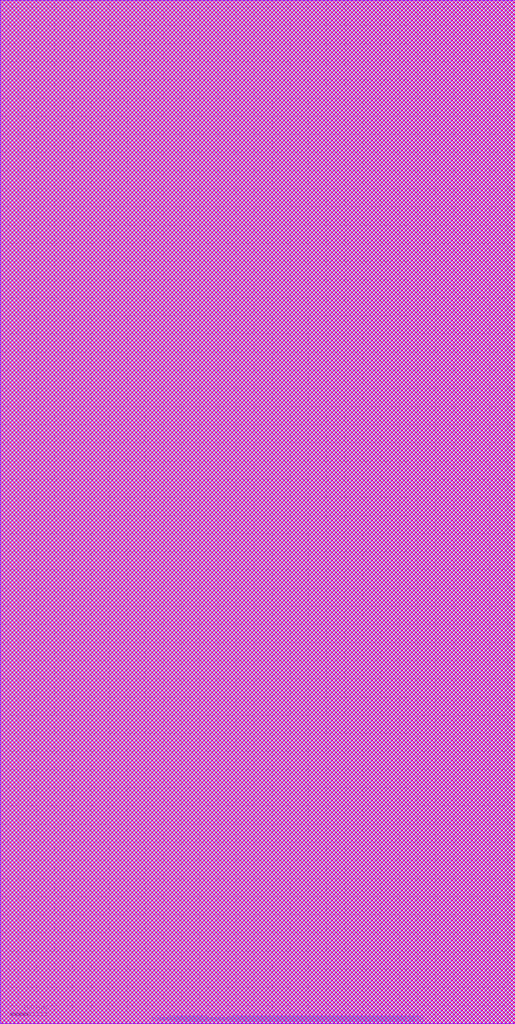
<source format=lef>
##
## LEF for PtnCells ;
## created by Innovus v15.23-s045_1 on Sat Mar 22 10:54:32 2025
##

VERSION 5.8 ;

BUSBITCHARS "[]" ;
DIVIDERCHAR "/" ;

MACRO fullchip
  CLASS BLOCK ;
  SIZE 1420.0000 BY 2820.0000 ;
  FOREIGN fullchip 0.0000 0.0000 ;
  ORIGIN 0 0 ;
  SYMMETRY X Y R90 ;
  PIN clk
    DIRECTION INPUT ;
    USE SIGNAL ;
    PORT
      LAYER M4 ;
        RECT 418.0500 0.0000 418.1500 0.5200 ;
    END
  END clk
  PIN mem_in_core0[63]
    DIRECTION INPUT ;
    USE SIGNAL ;
    PORT
      LAYER M4 ;
        RECT 498.0500 0.0000 498.1500 0.5200 ;
    END
  END mem_in_core0[63]
  PIN mem_in_core0[62]
    DIRECTION INPUT ;
    USE SIGNAL ;
    PORT
      LAYER M4 ;
        RECT 502.0500 0.0000 502.1500 0.5200 ;
    END
  END mem_in_core0[62]
  PIN mem_in_core0[61]
    DIRECTION INPUT ;
    USE SIGNAL ;
    PORT
      LAYER M4 ;
        RECT 506.0500 0.0000 506.1500 0.5200 ;
    END
  END mem_in_core0[61]
  PIN mem_in_core0[60]
    DIRECTION INPUT ;
    USE SIGNAL ;
    PORT
      LAYER M4 ;
        RECT 510.0500 0.0000 510.1500 0.5200 ;
    END
  END mem_in_core0[60]
  PIN mem_in_core0[59]
    DIRECTION INPUT ;
    USE SIGNAL ;
    PORT
      LAYER M4 ;
        RECT 514.0500 0.0000 514.1500 0.5200 ;
    END
  END mem_in_core0[59]
  PIN mem_in_core0[58]
    DIRECTION INPUT ;
    USE SIGNAL ;
    PORT
      LAYER M4 ;
        RECT 518.0500 0.0000 518.1500 0.5200 ;
    END
  END mem_in_core0[58]
  PIN mem_in_core0[57]
    DIRECTION INPUT ;
    USE SIGNAL ;
    PORT
      LAYER M4 ;
        RECT 522.0500 0.0000 522.1500 0.5200 ;
    END
  END mem_in_core0[57]
  PIN mem_in_core0[56]
    DIRECTION INPUT ;
    USE SIGNAL ;
    PORT
      LAYER M4 ;
        RECT 526.0500 0.0000 526.1500 0.5200 ;
    END
  END mem_in_core0[56]
  PIN mem_in_core0[55]
    DIRECTION INPUT ;
    USE SIGNAL ;
    PORT
      LAYER M4 ;
        RECT 530.0500 0.0000 530.1500 0.5200 ;
    END
  END mem_in_core0[55]
  PIN mem_in_core0[54]
    DIRECTION INPUT ;
    USE SIGNAL ;
    PORT
      LAYER M4 ;
        RECT 534.0500 0.0000 534.1500 0.5200 ;
    END
  END mem_in_core0[54]
  PIN mem_in_core0[53]
    DIRECTION INPUT ;
    USE SIGNAL ;
    PORT
      LAYER M4 ;
        RECT 538.0500 0.0000 538.1500 0.5200 ;
    END
  END mem_in_core0[53]
  PIN mem_in_core0[52]
    DIRECTION INPUT ;
    USE SIGNAL ;
    PORT
      LAYER M4 ;
        RECT 542.0500 0.0000 542.1500 0.5200 ;
    END
  END mem_in_core0[52]
  PIN mem_in_core0[51]
    DIRECTION INPUT ;
    USE SIGNAL ;
    PORT
      LAYER M4 ;
        RECT 546.0500 0.0000 546.1500 0.5200 ;
    END
  END mem_in_core0[51]
  PIN mem_in_core0[50]
    DIRECTION INPUT ;
    USE SIGNAL ;
    PORT
      LAYER M4 ;
        RECT 550.0500 0.0000 550.1500 0.5200 ;
    END
  END mem_in_core0[50]
  PIN mem_in_core0[49]
    DIRECTION INPUT ;
    USE SIGNAL ;
    PORT
      LAYER M4 ;
        RECT 554.0500 0.0000 554.1500 0.5200 ;
    END
  END mem_in_core0[49]
  PIN mem_in_core0[48]
    DIRECTION INPUT ;
    USE SIGNAL ;
    PORT
      LAYER M4 ;
        RECT 558.0500 0.0000 558.1500 0.5200 ;
    END
  END mem_in_core0[48]
  PIN mem_in_core0[47]
    DIRECTION INPUT ;
    USE SIGNAL ;
    PORT
      LAYER M4 ;
        RECT 562.0500 0.0000 562.1500 0.5200 ;
    END
  END mem_in_core0[47]
  PIN mem_in_core0[46]
    DIRECTION INPUT ;
    USE SIGNAL ;
    PORT
      LAYER M4 ;
        RECT 566.0500 0.0000 566.1500 0.5200 ;
    END
  END mem_in_core0[46]
  PIN mem_in_core0[45]
    DIRECTION INPUT ;
    USE SIGNAL ;
    PORT
      LAYER M4 ;
        RECT 570.0500 0.0000 570.1500 0.5200 ;
    END
  END mem_in_core0[45]
  PIN mem_in_core0[44]
    DIRECTION INPUT ;
    USE SIGNAL ;
    PORT
      LAYER M4 ;
        RECT 574.0500 0.0000 574.1500 0.5200 ;
    END
  END mem_in_core0[44]
  PIN mem_in_core0[43]
    DIRECTION INPUT ;
    USE SIGNAL ;
    PORT
      LAYER M4 ;
        RECT 578.0500 0.0000 578.1500 0.5200 ;
    END
  END mem_in_core0[43]
  PIN mem_in_core0[42]
    DIRECTION INPUT ;
    USE SIGNAL ;
    PORT
      LAYER M4 ;
        RECT 582.0500 0.0000 582.1500 0.5200 ;
    END
  END mem_in_core0[42]
  PIN mem_in_core0[41]
    DIRECTION INPUT ;
    USE SIGNAL ;
    PORT
      LAYER M4 ;
        RECT 586.0500 0.0000 586.1500 0.5200 ;
    END
  END mem_in_core0[41]
  PIN mem_in_core0[40]
    DIRECTION INPUT ;
    USE SIGNAL ;
    PORT
      LAYER M4 ;
        RECT 590.0500 0.0000 590.1500 0.5200 ;
    END
  END mem_in_core0[40]
  PIN mem_in_core0[39]
    DIRECTION INPUT ;
    USE SIGNAL ;
    PORT
      LAYER M4 ;
        RECT 594.0500 0.0000 594.1500 0.5200 ;
    END
  END mem_in_core0[39]
  PIN mem_in_core0[38]
    DIRECTION INPUT ;
    USE SIGNAL ;
    PORT
      LAYER M4 ;
        RECT 598.0500 0.0000 598.1500 0.5200 ;
    END
  END mem_in_core0[38]
  PIN mem_in_core0[37]
    DIRECTION INPUT ;
    USE SIGNAL ;
    PORT
      LAYER M4 ;
        RECT 602.0500 0.0000 602.1500 0.5200 ;
    END
  END mem_in_core0[37]
  PIN mem_in_core0[36]
    DIRECTION INPUT ;
    USE SIGNAL ;
    PORT
      LAYER M4 ;
        RECT 606.0500 0.0000 606.1500 0.5200 ;
    END
  END mem_in_core0[36]
  PIN mem_in_core0[35]
    DIRECTION INPUT ;
    USE SIGNAL ;
    PORT
      LAYER M4 ;
        RECT 610.0500 0.0000 610.1500 0.5200 ;
    END
  END mem_in_core0[35]
  PIN mem_in_core0[34]
    DIRECTION INPUT ;
    USE SIGNAL ;
    PORT
      LAYER M4 ;
        RECT 614.0500 0.0000 614.1500 0.5200 ;
    END
  END mem_in_core0[34]
  PIN mem_in_core0[33]
    DIRECTION INPUT ;
    USE SIGNAL ;
    PORT
      LAYER M4 ;
        RECT 618.0500 0.0000 618.1500 0.5200 ;
    END
  END mem_in_core0[33]
  PIN mem_in_core0[32]
    DIRECTION INPUT ;
    USE SIGNAL ;
    PORT
      LAYER M4 ;
        RECT 622.0500 0.0000 622.1500 0.5200 ;
    END
  END mem_in_core0[32]
  PIN mem_in_core0[31]
    DIRECTION INPUT ;
    USE SIGNAL ;
    PORT
      LAYER M4 ;
        RECT 626.0500 0.0000 626.1500 0.5200 ;
    END
  END mem_in_core0[31]
  PIN mem_in_core0[30]
    DIRECTION INPUT ;
    USE SIGNAL ;
    PORT
      LAYER M4 ;
        RECT 630.0500 0.0000 630.1500 0.5200 ;
    END
  END mem_in_core0[30]
  PIN mem_in_core0[29]
    DIRECTION INPUT ;
    USE SIGNAL ;
    PORT
      LAYER M4 ;
        RECT 634.0500 0.0000 634.1500 0.5200 ;
    END
  END mem_in_core0[29]
  PIN mem_in_core0[28]
    DIRECTION INPUT ;
    USE SIGNAL ;
    PORT
      LAYER M4 ;
        RECT 638.0500 0.0000 638.1500 0.5200 ;
    END
  END mem_in_core0[28]
  PIN mem_in_core0[27]
    DIRECTION INPUT ;
    USE SIGNAL ;
    PORT
      LAYER M4 ;
        RECT 642.0500 0.0000 642.1500 0.5200 ;
    END
  END mem_in_core0[27]
  PIN mem_in_core0[26]
    DIRECTION INPUT ;
    USE SIGNAL ;
    PORT
      LAYER M4 ;
        RECT 646.0500 0.0000 646.1500 0.5200 ;
    END
  END mem_in_core0[26]
  PIN mem_in_core0[25]
    DIRECTION INPUT ;
    USE SIGNAL ;
    PORT
      LAYER M4 ;
        RECT 650.0500 0.0000 650.1500 0.5200 ;
    END
  END mem_in_core0[25]
  PIN mem_in_core0[24]
    DIRECTION INPUT ;
    USE SIGNAL ;
    PORT
      LAYER M4 ;
        RECT 654.0500 0.0000 654.1500 0.5200 ;
    END
  END mem_in_core0[24]
  PIN mem_in_core0[23]
    DIRECTION INPUT ;
    USE SIGNAL ;
    PORT
      LAYER M4 ;
        RECT 658.0500 0.0000 658.1500 0.5200 ;
    END
  END mem_in_core0[23]
  PIN mem_in_core0[22]
    DIRECTION INPUT ;
    USE SIGNAL ;
    PORT
      LAYER M4 ;
        RECT 662.0500 0.0000 662.1500 0.5200 ;
    END
  END mem_in_core0[22]
  PIN mem_in_core0[21]
    DIRECTION INPUT ;
    USE SIGNAL ;
    PORT
      LAYER M4 ;
        RECT 666.0500 0.0000 666.1500 0.5200 ;
    END
  END mem_in_core0[21]
  PIN mem_in_core0[20]
    DIRECTION INPUT ;
    USE SIGNAL ;
    PORT
      LAYER M4 ;
        RECT 670.0500 0.0000 670.1500 0.5200 ;
    END
  END mem_in_core0[20]
  PIN mem_in_core0[19]
    DIRECTION INPUT ;
    USE SIGNAL ;
    PORT
      LAYER M4 ;
        RECT 674.0500 0.0000 674.1500 0.5200 ;
    END
  END mem_in_core0[19]
  PIN mem_in_core0[18]
    DIRECTION INPUT ;
    USE SIGNAL ;
    PORT
      LAYER M4 ;
        RECT 678.0500 0.0000 678.1500 0.5200 ;
    END
  END mem_in_core0[18]
  PIN mem_in_core0[17]
    DIRECTION INPUT ;
    USE SIGNAL ;
    PORT
      LAYER M4 ;
        RECT 682.0500 0.0000 682.1500 0.5200 ;
    END
  END mem_in_core0[17]
  PIN mem_in_core0[16]
    DIRECTION INPUT ;
    USE SIGNAL ;
    PORT
      LAYER M4 ;
        RECT 686.0500 0.0000 686.1500 0.5200 ;
    END
  END mem_in_core0[16]
  PIN mem_in_core0[15]
    DIRECTION INPUT ;
    USE SIGNAL ;
    PORT
      LAYER M4 ;
        RECT 690.0500 0.0000 690.1500 0.5200 ;
    END
  END mem_in_core0[15]
  PIN mem_in_core0[14]
    DIRECTION INPUT ;
    USE SIGNAL ;
    PORT
      LAYER M4 ;
        RECT 694.0500 0.0000 694.1500 0.5200 ;
    END
  END mem_in_core0[14]
  PIN mem_in_core0[13]
    DIRECTION INPUT ;
    USE SIGNAL ;
    PORT
      LAYER M4 ;
        RECT 698.0500 0.0000 698.1500 0.5200 ;
    END
  END mem_in_core0[13]
  PIN mem_in_core0[12]
    DIRECTION INPUT ;
    USE SIGNAL ;
    PORT
      LAYER M4 ;
        RECT 702.0500 0.0000 702.1500 0.5200 ;
    END
  END mem_in_core0[12]
  PIN mem_in_core0[11]
    DIRECTION INPUT ;
    USE SIGNAL ;
    PORT
      LAYER M4 ;
        RECT 706.0500 0.0000 706.1500 0.5200 ;
    END
  END mem_in_core0[11]
  PIN mem_in_core0[10]
    DIRECTION INPUT ;
    USE SIGNAL ;
    PORT
      LAYER M4 ;
        RECT 710.0500 0.0000 710.1500 0.5200 ;
    END
  END mem_in_core0[10]
  PIN mem_in_core0[9]
    DIRECTION INPUT ;
    USE SIGNAL ;
    PORT
      LAYER M4 ;
        RECT 714.0500 0.0000 714.1500 0.5200 ;
    END
  END mem_in_core0[9]
  PIN mem_in_core0[8]
    DIRECTION INPUT ;
    USE SIGNAL ;
    PORT
      LAYER M4 ;
        RECT 718.0500 0.0000 718.1500 0.5200 ;
    END
  END mem_in_core0[8]
  PIN mem_in_core0[7]
    DIRECTION INPUT ;
    USE SIGNAL ;
    PORT
      LAYER M4 ;
        RECT 722.0500 0.0000 722.1500 0.5200 ;
    END
  END mem_in_core0[7]
  PIN mem_in_core0[6]
    DIRECTION INPUT ;
    USE SIGNAL ;
    PORT
      LAYER M4 ;
        RECT 726.0500 0.0000 726.1500 0.5200 ;
    END
  END mem_in_core0[6]
  PIN mem_in_core0[5]
    DIRECTION INPUT ;
    USE SIGNAL ;
    PORT
      LAYER M4 ;
        RECT 730.0500 0.0000 730.1500 0.5200 ;
    END
  END mem_in_core0[5]
  PIN mem_in_core0[4]
    DIRECTION INPUT ;
    USE SIGNAL ;
    PORT
      LAYER M4 ;
        RECT 734.0500 0.0000 734.1500 0.5200 ;
    END
  END mem_in_core0[4]
  PIN mem_in_core0[3]
    DIRECTION INPUT ;
    USE SIGNAL ;
    PORT
      LAYER M4 ;
        RECT 738.0500 0.0000 738.1500 0.5200 ;
    END
  END mem_in_core0[3]
  PIN mem_in_core0[2]
    DIRECTION INPUT ;
    USE SIGNAL ;
    PORT
      LAYER M4 ;
        RECT 742.0500 0.0000 742.1500 0.5200 ;
    END
  END mem_in_core0[2]
  PIN mem_in_core0[1]
    DIRECTION INPUT ;
    USE SIGNAL ;
    PORT
      LAYER M4 ;
        RECT 746.0500 0.0000 746.1500 0.5200 ;
    END
  END mem_in_core0[1]
  PIN mem_in_core0[0]
    DIRECTION INPUT ;
    USE SIGNAL ;
    PORT
      LAYER M4 ;
        RECT 750.0500 0.0000 750.1500 0.5200 ;
    END
  END mem_in_core0[0]
  PIN mem_in_core1[63]
    DIRECTION INPUT ;
    USE SIGNAL ;
    PORT
      LAYER M4 ;
        RECT 754.0500 0.0000 754.1500 0.5200 ;
    END
  END mem_in_core1[63]
  PIN mem_in_core1[62]
    DIRECTION INPUT ;
    USE SIGNAL ;
    PORT
      LAYER M4 ;
        RECT 758.0500 0.0000 758.1500 0.5200 ;
    END
  END mem_in_core1[62]
  PIN mem_in_core1[61]
    DIRECTION INPUT ;
    USE SIGNAL ;
    PORT
      LAYER M4 ;
        RECT 762.0500 0.0000 762.1500 0.5200 ;
    END
  END mem_in_core1[61]
  PIN mem_in_core1[60]
    DIRECTION INPUT ;
    USE SIGNAL ;
    PORT
      LAYER M4 ;
        RECT 766.0500 0.0000 766.1500 0.5200 ;
    END
  END mem_in_core1[60]
  PIN mem_in_core1[59]
    DIRECTION INPUT ;
    USE SIGNAL ;
    PORT
      LAYER M4 ;
        RECT 770.0500 0.0000 770.1500 0.5200 ;
    END
  END mem_in_core1[59]
  PIN mem_in_core1[58]
    DIRECTION INPUT ;
    USE SIGNAL ;
    PORT
      LAYER M4 ;
        RECT 774.0500 0.0000 774.1500 0.5200 ;
    END
  END mem_in_core1[58]
  PIN mem_in_core1[57]
    DIRECTION INPUT ;
    USE SIGNAL ;
    PORT
      LAYER M4 ;
        RECT 778.0500 0.0000 778.1500 0.5200 ;
    END
  END mem_in_core1[57]
  PIN mem_in_core1[56]
    DIRECTION INPUT ;
    USE SIGNAL ;
    PORT
      LAYER M4 ;
        RECT 782.0500 0.0000 782.1500 0.5200 ;
    END
  END mem_in_core1[56]
  PIN mem_in_core1[55]
    DIRECTION INPUT ;
    USE SIGNAL ;
    PORT
      LAYER M4 ;
        RECT 786.0500 0.0000 786.1500 0.5200 ;
    END
  END mem_in_core1[55]
  PIN mem_in_core1[54]
    DIRECTION INPUT ;
    USE SIGNAL ;
    PORT
      LAYER M4 ;
        RECT 790.0500 0.0000 790.1500 0.5200 ;
    END
  END mem_in_core1[54]
  PIN mem_in_core1[53]
    DIRECTION INPUT ;
    USE SIGNAL ;
    PORT
      LAYER M4 ;
        RECT 794.0500 0.0000 794.1500 0.5200 ;
    END
  END mem_in_core1[53]
  PIN mem_in_core1[52]
    DIRECTION INPUT ;
    USE SIGNAL ;
    PORT
      LAYER M4 ;
        RECT 798.0500 0.0000 798.1500 0.5200 ;
    END
  END mem_in_core1[52]
  PIN mem_in_core1[51]
    DIRECTION INPUT ;
    USE SIGNAL ;
    PORT
      LAYER M4 ;
        RECT 802.0500 0.0000 802.1500 0.5200 ;
    END
  END mem_in_core1[51]
  PIN mem_in_core1[50]
    DIRECTION INPUT ;
    USE SIGNAL ;
    PORT
      LAYER M4 ;
        RECT 806.0500 0.0000 806.1500 0.5200 ;
    END
  END mem_in_core1[50]
  PIN mem_in_core1[49]
    DIRECTION INPUT ;
    USE SIGNAL ;
    PORT
      LAYER M4 ;
        RECT 810.0500 0.0000 810.1500 0.5200 ;
    END
  END mem_in_core1[49]
  PIN mem_in_core1[48]
    DIRECTION INPUT ;
    USE SIGNAL ;
    PORT
      LAYER M4 ;
        RECT 814.0500 0.0000 814.1500 0.5200 ;
    END
  END mem_in_core1[48]
  PIN mem_in_core1[47]
    DIRECTION INPUT ;
    USE SIGNAL ;
    PORT
      LAYER M4 ;
        RECT 818.0500 0.0000 818.1500 0.5200 ;
    END
  END mem_in_core1[47]
  PIN mem_in_core1[46]
    DIRECTION INPUT ;
    USE SIGNAL ;
    PORT
      LAYER M4 ;
        RECT 822.0500 0.0000 822.1500 0.5200 ;
    END
  END mem_in_core1[46]
  PIN mem_in_core1[45]
    DIRECTION INPUT ;
    USE SIGNAL ;
    PORT
      LAYER M4 ;
        RECT 826.0500 0.0000 826.1500 0.5200 ;
    END
  END mem_in_core1[45]
  PIN mem_in_core1[44]
    DIRECTION INPUT ;
    USE SIGNAL ;
    PORT
      LAYER M4 ;
        RECT 830.0500 0.0000 830.1500 0.5200 ;
    END
  END mem_in_core1[44]
  PIN mem_in_core1[43]
    DIRECTION INPUT ;
    USE SIGNAL ;
    PORT
      LAYER M4 ;
        RECT 834.0500 0.0000 834.1500 0.5200 ;
    END
  END mem_in_core1[43]
  PIN mem_in_core1[42]
    DIRECTION INPUT ;
    USE SIGNAL ;
    PORT
      LAYER M4 ;
        RECT 838.0500 0.0000 838.1500 0.5200 ;
    END
  END mem_in_core1[42]
  PIN mem_in_core1[41]
    DIRECTION INPUT ;
    USE SIGNAL ;
    PORT
      LAYER M4 ;
        RECT 842.0500 0.0000 842.1500 0.5200 ;
    END
  END mem_in_core1[41]
  PIN mem_in_core1[40]
    DIRECTION INPUT ;
    USE SIGNAL ;
    PORT
      LAYER M4 ;
        RECT 846.0500 0.0000 846.1500 0.5200 ;
    END
  END mem_in_core1[40]
  PIN mem_in_core1[39]
    DIRECTION INPUT ;
    USE SIGNAL ;
    PORT
      LAYER M4 ;
        RECT 850.0500 0.0000 850.1500 0.5200 ;
    END
  END mem_in_core1[39]
  PIN mem_in_core1[38]
    DIRECTION INPUT ;
    USE SIGNAL ;
    PORT
      LAYER M4 ;
        RECT 854.0500 0.0000 854.1500 0.5200 ;
    END
  END mem_in_core1[38]
  PIN mem_in_core1[37]
    DIRECTION INPUT ;
    USE SIGNAL ;
    PORT
      LAYER M4 ;
        RECT 858.0500 0.0000 858.1500 0.5200 ;
    END
  END mem_in_core1[37]
  PIN mem_in_core1[36]
    DIRECTION INPUT ;
    USE SIGNAL ;
    PORT
      LAYER M4 ;
        RECT 862.0500 0.0000 862.1500 0.5200 ;
    END
  END mem_in_core1[36]
  PIN mem_in_core1[35]
    DIRECTION INPUT ;
    USE SIGNAL ;
    PORT
      LAYER M4 ;
        RECT 866.0500 0.0000 866.1500 0.5200 ;
    END
  END mem_in_core1[35]
  PIN mem_in_core1[34]
    DIRECTION INPUT ;
    USE SIGNAL ;
    PORT
      LAYER M4 ;
        RECT 870.0500 0.0000 870.1500 0.5200 ;
    END
  END mem_in_core1[34]
  PIN mem_in_core1[33]
    DIRECTION INPUT ;
    USE SIGNAL ;
    PORT
      LAYER M4 ;
        RECT 874.0500 0.0000 874.1500 0.5200 ;
    END
  END mem_in_core1[33]
  PIN mem_in_core1[32]
    DIRECTION INPUT ;
    USE SIGNAL ;
    PORT
      LAYER M4 ;
        RECT 878.0500 0.0000 878.1500 0.5200 ;
    END
  END mem_in_core1[32]
  PIN mem_in_core1[31]
    DIRECTION INPUT ;
    USE SIGNAL ;
    PORT
      LAYER M4 ;
        RECT 882.0500 0.0000 882.1500 0.5200 ;
    END
  END mem_in_core1[31]
  PIN mem_in_core1[30]
    DIRECTION INPUT ;
    USE SIGNAL ;
    PORT
      LAYER M4 ;
        RECT 886.0500 0.0000 886.1500 0.5200 ;
    END
  END mem_in_core1[30]
  PIN mem_in_core1[29]
    DIRECTION INPUT ;
    USE SIGNAL ;
    PORT
      LAYER M4 ;
        RECT 890.0500 0.0000 890.1500 0.5200 ;
    END
  END mem_in_core1[29]
  PIN mem_in_core1[28]
    DIRECTION INPUT ;
    USE SIGNAL ;
    PORT
      LAYER M4 ;
        RECT 894.0500 0.0000 894.1500 0.5200 ;
    END
  END mem_in_core1[28]
  PIN mem_in_core1[27]
    DIRECTION INPUT ;
    USE SIGNAL ;
    PORT
      LAYER M4 ;
        RECT 898.0500 0.0000 898.1500 0.5200 ;
    END
  END mem_in_core1[27]
  PIN mem_in_core1[26]
    DIRECTION INPUT ;
    USE SIGNAL ;
    PORT
      LAYER M4 ;
        RECT 902.0500 0.0000 902.1500 0.5200 ;
    END
  END mem_in_core1[26]
  PIN mem_in_core1[25]
    DIRECTION INPUT ;
    USE SIGNAL ;
    PORT
      LAYER M4 ;
        RECT 906.0500 0.0000 906.1500 0.5200 ;
    END
  END mem_in_core1[25]
  PIN mem_in_core1[24]
    DIRECTION INPUT ;
    USE SIGNAL ;
    PORT
      LAYER M4 ;
        RECT 910.0500 0.0000 910.1500 0.5200 ;
    END
  END mem_in_core1[24]
  PIN mem_in_core1[23]
    DIRECTION INPUT ;
    USE SIGNAL ;
    PORT
      LAYER M4 ;
        RECT 914.0500 0.0000 914.1500 0.5200 ;
    END
  END mem_in_core1[23]
  PIN mem_in_core1[22]
    DIRECTION INPUT ;
    USE SIGNAL ;
    PORT
      LAYER M4 ;
        RECT 918.0500 0.0000 918.1500 0.5200 ;
    END
  END mem_in_core1[22]
  PIN mem_in_core1[21]
    DIRECTION INPUT ;
    USE SIGNAL ;
    PORT
      LAYER M4 ;
        RECT 922.0500 0.0000 922.1500 0.5200 ;
    END
  END mem_in_core1[21]
  PIN mem_in_core1[20]
    DIRECTION INPUT ;
    USE SIGNAL ;
    PORT
      LAYER M4 ;
        RECT 926.0500 0.0000 926.1500 0.5200 ;
    END
  END mem_in_core1[20]
  PIN mem_in_core1[19]
    DIRECTION INPUT ;
    USE SIGNAL ;
    PORT
      LAYER M4 ;
        RECT 930.0500 0.0000 930.1500 0.5200 ;
    END
  END mem_in_core1[19]
  PIN mem_in_core1[18]
    DIRECTION INPUT ;
    USE SIGNAL ;
    PORT
      LAYER M4 ;
        RECT 934.0500 0.0000 934.1500 0.5200 ;
    END
  END mem_in_core1[18]
  PIN mem_in_core1[17]
    DIRECTION INPUT ;
    USE SIGNAL ;
    PORT
      LAYER M4 ;
        RECT 938.0500 0.0000 938.1500 0.5200 ;
    END
  END mem_in_core1[17]
  PIN mem_in_core1[16]
    DIRECTION INPUT ;
    USE SIGNAL ;
    PORT
      LAYER M4 ;
        RECT 942.0500 0.0000 942.1500 0.5200 ;
    END
  END mem_in_core1[16]
  PIN mem_in_core1[15]
    DIRECTION INPUT ;
    USE SIGNAL ;
    PORT
      LAYER M4 ;
        RECT 946.0500 0.0000 946.1500 0.5200 ;
    END
  END mem_in_core1[15]
  PIN mem_in_core1[14]
    DIRECTION INPUT ;
    USE SIGNAL ;
    PORT
      LAYER M4 ;
        RECT 950.0500 0.0000 950.1500 0.5200 ;
    END
  END mem_in_core1[14]
  PIN mem_in_core1[13]
    DIRECTION INPUT ;
    USE SIGNAL ;
    PORT
      LAYER M4 ;
        RECT 954.0500 0.0000 954.1500 0.5200 ;
    END
  END mem_in_core1[13]
  PIN mem_in_core1[12]
    DIRECTION INPUT ;
    USE SIGNAL ;
    PORT
      LAYER M4 ;
        RECT 958.0500 0.0000 958.1500 0.5200 ;
    END
  END mem_in_core1[12]
  PIN mem_in_core1[11]
    DIRECTION INPUT ;
    USE SIGNAL ;
    PORT
      LAYER M4 ;
        RECT 962.0500 0.0000 962.1500 0.5200 ;
    END
  END mem_in_core1[11]
  PIN mem_in_core1[10]
    DIRECTION INPUT ;
    USE SIGNAL ;
    PORT
      LAYER M4 ;
        RECT 966.0500 0.0000 966.1500 0.5200 ;
    END
  END mem_in_core1[10]
  PIN mem_in_core1[9]
    DIRECTION INPUT ;
    USE SIGNAL ;
    PORT
      LAYER M4 ;
        RECT 970.0500 0.0000 970.1500 0.5200 ;
    END
  END mem_in_core1[9]
  PIN mem_in_core1[8]
    DIRECTION INPUT ;
    USE SIGNAL ;
    PORT
      LAYER M4 ;
        RECT 974.0500 0.0000 974.1500 0.5200 ;
    END
  END mem_in_core1[8]
  PIN mem_in_core1[7]
    DIRECTION INPUT ;
    USE SIGNAL ;
    PORT
      LAYER M4 ;
        RECT 978.0500 0.0000 978.1500 0.5200 ;
    END
  END mem_in_core1[7]
  PIN mem_in_core1[6]
    DIRECTION INPUT ;
    USE SIGNAL ;
    PORT
      LAYER M4 ;
        RECT 982.0500 0.0000 982.1500 0.5200 ;
    END
  END mem_in_core1[6]
  PIN mem_in_core1[5]
    DIRECTION INPUT ;
    USE SIGNAL ;
    PORT
      LAYER M4 ;
        RECT 986.0500 0.0000 986.1500 0.5200 ;
    END
  END mem_in_core1[5]
  PIN mem_in_core1[4]
    DIRECTION INPUT ;
    USE SIGNAL ;
    PORT
      LAYER M4 ;
        RECT 990.0500 0.0000 990.1500 0.5200 ;
    END
  END mem_in_core1[4]
  PIN mem_in_core1[3]
    DIRECTION INPUT ;
    USE SIGNAL ;
    PORT
      LAYER M4 ;
        RECT 994.0500 0.0000 994.1500 0.5200 ;
    END
  END mem_in_core1[3]
  PIN mem_in_core1[2]
    DIRECTION INPUT ;
    USE SIGNAL ;
    PORT
      LAYER M4 ;
        RECT 998.0500 0.0000 998.1500 0.5200 ;
    END
  END mem_in_core1[2]
  PIN mem_in_core1[1]
    DIRECTION INPUT ;
    USE SIGNAL ;
    PORT
      LAYER M4 ;
        RECT 1002.0500 0.0000 1002.1500 0.5200 ;
    END
  END mem_in_core1[1]
  PIN mem_in_core1[0]
    DIRECTION INPUT ;
    USE SIGNAL ;
    PORT
      LAYER M4 ;
        RECT 1006.0500 0.0000 1006.1500 0.5200 ;
    END
  END mem_in_core1[0]
  PIN inst[18]
    DIRECTION INPUT ;
    USE SIGNAL ;
    PORT
      LAYER M4 ;
        RECT 422.0500 0.0000 422.1500 0.5200 ;
    END
  END inst[18]
  PIN inst[17]
    DIRECTION INPUT ;
    USE SIGNAL ;
    PORT
      LAYER M4 ;
        RECT 426.0500 0.0000 426.1500 0.5200 ;
    END
  END inst[17]
  PIN inst[16]
    DIRECTION INPUT ;
    USE SIGNAL ;
    PORT
      LAYER M4 ;
        RECT 430.0500 0.0000 430.1500 0.5200 ;
    END
  END inst[16]
  PIN inst[15]
    DIRECTION INPUT ;
    USE SIGNAL ;
    PORT
      LAYER M4 ;
        RECT 434.0500 0.0000 434.1500 0.5200 ;
    END
  END inst[15]
  PIN inst[14]
    DIRECTION INPUT ;
    USE SIGNAL ;
    PORT
      LAYER M4 ;
        RECT 438.0500 0.0000 438.1500 0.5200 ;
    END
  END inst[14]
  PIN inst[13]
    DIRECTION INPUT ;
    USE SIGNAL ;
    PORT
      LAYER M4 ;
        RECT 442.0500 0.0000 442.1500 0.5200 ;
    END
  END inst[13]
  PIN inst[12]
    DIRECTION INPUT ;
    USE SIGNAL ;
    PORT
      LAYER M4 ;
        RECT 446.0500 0.0000 446.1500 0.5200 ;
    END
  END inst[12]
  PIN inst[11]
    DIRECTION INPUT ;
    USE SIGNAL ;
    PORT
      LAYER M4 ;
        RECT 450.0500 0.0000 450.1500 0.5200 ;
    END
  END inst[11]
  PIN inst[10]
    DIRECTION INPUT ;
    USE SIGNAL ;
    PORT
      LAYER M4 ;
        RECT 454.0500 0.0000 454.1500 0.5200 ;
    END
  END inst[10]
  PIN inst[9]
    DIRECTION INPUT ;
    USE SIGNAL ;
    PORT
      LAYER M4 ;
        RECT 458.0500 0.0000 458.1500 0.5200 ;
    END
  END inst[9]
  PIN inst[8]
    DIRECTION INPUT ;
    USE SIGNAL ;
    PORT
      LAYER M4 ;
        RECT 462.0500 0.0000 462.1500 0.5200 ;
    END
  END inst[8]
  PIN inst[7]
    DIRECTION INPUT ;
    USE SIGNAL ;
    PORT
      LAYER M4 ;
        RECT 466.0500 0.0000 466.1500 0.5200 ;
    END
  END inst[7]
  PIN inst[6]
    DIRECTION INPUT ;
    USE SIGNAL ;
    PORT
      LAYER M4 ;
        RECT 470.0500 0.0000 470.1500 0.5200 ;
    END
  END inst[6]
  PIN inst[5]
    DIRECTION INPUT ;
    USE SIGNAL ;
    PORT
      LAYER M4 ;
        RECT 474.0500 0.0000 474.1500 0.5200 ;
    END
  END inst[5]
  PIN inst[4]
    DIRECTION INPUT ;
    USE SIGNAL ;
    PORT
      LAYER M4 ;
        RECT 478.0500 0.0000 478.1500 0.5200 ;
    END
  END inst[4]
  PIN inst[3]
    DIRECTION INPUT ;
    USE SIGNAL ;
    PORT
      LAYER M4 ;
        RECT 482.0500 0.0000 482.1500 0.5200 ;
    END
  END inst[3]
  PIN inst[2]
    DIRECTION INPUT ;
    USE SIGNAL ;
    PORT
      LAYER M4 ;
        RECT 486.0500 0.0000 486.1500 0.5200 ;
    END
  END inst[2]
  PIN inst[1]
    DIRECTION INPUT ;
    USE SIGNAL ;
    PORT
      LAYER M4 ;
        RECT 490.0500 0.0000 490.1500 0.5200 ;
    END
  END inst[1]
  PIN inst[0]
    DIRECTION INPUT ;
    USE SIGNAL ;
    PORT
      LAYER M4 ;
        RECT 494.0500 0.0000 494.1500 0.5200 ;
    END
  END inst[0]
  PIN reset
    DIRECTION INPUT ;
    USE SIGNAL ;
    PORT
      LAYER M4 ;
        RECT 414.0500 0.0000 414.1500 0.5200 ;
    END
  END reset
  PIN out[319]
    DIRECTION OUTPUT ;
    USE SIGNAL ;
    PORT
      LAYER M4 ;
        RECT 1347.8500 2819.4800 1347.9500 2820.0000 ;
    END
  END out[319]
  PIN out[318]
    DIRECTION OUTPUT ;
    USE SIGNAL ;
    PORT
      LAYER M4 ;
        RECT 1343.8500 2819.4800 1343.9500 2820.0000 ;
    END
  END out[318]
  PIN out[317]
    DIRECTION OUTPUT ;
    USE SIGNAL ;
    PORT
      LAYER M4 ;
        RECT 1339.8500 2819.4800 1339.9500 2820.0000 ;
    END
  END out[317]
  PIN out[316]
    DIRECTION OUTPUT ;
    USE SIGNAL ;
    PORT
      LAYER M4 ;
        RECT 1335.8500 2819.4800 1335.9500 2820.0000 ;
    END
  END out[316]
  PIN out[315]
    DIRECTION OUTPUT ;
    USE SIGNAL ;
    PORT
      LAYER M4 ;
        RECT 1331.8500 2819.4800 1331.9500 2820.0000 ;
    END
  END out[315]
  PIN out[314]
    DIRECTION OUTPUT ;
    USE SIGNAL ;
    PORT
      LAYER M4 ;
        RECT 1327.8500 2819.4800 1327.9500 2820.0000 ;
    END
  END out[314]
  PIN out[313]
    DIRECTION OUTPUT ;
    USE SIGNAL ;
    PORT
      LAYER M4 ;
        RECT 1323.8500 2819.4800 1323.9500 2820.0000 ;
    END
  END out[313]
  PIN out[312]
    DIRECTION OUTPUT ;
    USE SIGNAL ;
    PORT
      LAYER M4 ;
        RECT 1319.8500 2819.4800 1319.9500 2820.0000 ;
    END
  END out[312]
  PIN out[311]
    DIRECTION OUTPUT ;
    USE SIGNAL ;
    PORT
      LAYER M4 ;
        RECT 1315.8500 2819.4800 1315.9500 2820.0000 ;
    END
  END out[311]
  PIN out[310]
    DIRECTION OUTPUT ;
    USE SIGNAL ;
    PORT
      LAYER M4 ;
        RECT 1311.8500 2819.4800 1311.9500 2820.0000 ;
    END
  END out[310]
  PIN out[309]
    DIRECTION OUTPUT ;
    USE SIGNAL ;
    PORT
      LAYER M4 ;
        RECT 1307.8500 2819.4800 1307.9500 2820.0000 ;
    END
  END out[309]
  PIN out[308]
    DIRECTION OUTPUT ;
    USE SIGNAL ;
    PORT
      LAYER M4 ;
        RECT 1303.8500 2819.4800 1303.9500 2820.0000 ;
    END
  END out[308]
  PIN out[307]
    DIRECTION OUTPUT ;
    USE SIGNAL ;
    PORT
      LAYER M4 ;
        RECT 1299.8500 2819.4800 1299.9500 2820.0000 ;
    END
  END out[307]
  PIN out[306]
    DIRECTION OUTPUT ;
    USE SIGNAL ;
    PORT
      LAYER M4 ;
        RECT 1295.8500 2819.4800 1295.9500 2820.0000 ;
    END
  END out[306]
  PIN out[305]
    DIRECTION OUTPUT ;
    USE SIGNAL ;
    PORT
      LAYER M4 ;
        RECT 1291.8500 2819.4800 1291.9500 2820.0000 ;
    END
  END out[305]
  PIN out[304]
    DIRECTION OUTPUT ;
    USE SIGNAL ;
    PORT
      LAYER M4 ;
        RECT 1287.8500 2819.4800 1287.9500 2820.0000 ;
    END
  END out[304]
  PIN out[303]
    DIRECTION OUTPUT ;
    USE SIGNAL ;
    PORT
      LAYER M4 ;
        RECT 1283.8500 2819.4800 1283.9500 2820.0000 ;
    END
  END out[303]
  PIN out[302]
    DIRECTION OUTPUT ;
    USE SIGNAL ;
    PORT
      LAYER M4 ;
        RECT 1279.8500 2819.4800 1279.9500 2820.0000 ;
    END
  END out[302]
  PIN out[301]
    DIRECTION OUTPUT ;
    USE SIGNAL ;
    PORT
      LAYER M4 ;
        RECT 1275.8500 2819.4800 1275.9500 2820.0000 ;
    END
  END out[301]
  PIN out[300]
    DIRECTION OUTPUT ;
    USE SIGNAL ;
    PORT
      LAYER M4 ;
        RECT 1271.8500 2819.4800 1271.9500 2820.0000 ;
    END
  END out[300]
  PIN out[299]
    DIRECTION OUTPUT ;
    USE SIGNAL ;
    PORT
      LAYER M4 ;
        RECT 1267.8500 2819.4800 1267.9500 2820.0000 ;
    END
  END out[299]
  PIN out[298]
    DIRECTION OUTPUT ;
    USE SIGNAL ;
    PORT
      LAYER M4 ;
        RECT 1263.8500 2819.4800 1263.9500 2820.0000 ;
    END
  END out[298]
  PIN out[297]
    DIRECTION OUTPUT ;
    USE SIGNAL ;
    PORT
      LAYER M4 ;
        RECT 1259.8500 2819.4800 1259.9500 2820.0000 ;
    END
  END out[297]
  PIN out[296]
    DIRECTION OUTPUT ;
    USE SIGNAL ;
    PORT
      LAYER M4 ;
        RECT 1255.8500 2819.4800 1255.9500 2820.0000 ;
    END
  END out[296]
  PIN out[295]
    DIRECTION OUTPUT ;
    USE SIGNAL ;
    PORT
      LAYER M4 ;
        RECT 1251.8500 2819.4800 1251.9500 2820.0000 ;
    END
  END out[295]
  PIN out[294]
    DIRECTION OUTPUT ;
    USE SIGNAL ;
    PORT
      LAYER M4 ;
        RECT 1247.8500 2819.4800 1247.9500 2820.0000 ;
    END
  END out[294]
  PIN out[293]
    DIRECTION OUTPUT ;
    USE SIGNAL ;
    PORT
      LAYER M4 ;
        RECT 1243.8500 2819.4800 1243.9500 2820.0000 ;
    END
  END out[293]
  PIN out[292]
    DIRECTION OUTPUT ;
    USE SIGNAL ;
    PORT
      LAYER M4 ;
        RECT 1239.8500 2819.4800 1239.9500 2820.0000 ;
    END
  END out[292]
  PIN out[291]
    DIRECTION OUTPUT ;
    USE SIGNAL ;
    PORT
      LAYER M4 ;
        RECT 1235.8500 2819.4800 1235.9500 2820.0000 ;
    END
  END out[291]
  PIN out[290]
    DIRECTION OUTPUT ;
    USE SIGNAL ;
    PORT
      LAYER M4 ;
        RECT 1231.8500 2819.4800 1231.9500 2820.0000 ;
    END
  END out[290]
  PIN out[289]
    DIRECTION OUTPUT ;
    USE SIGNAL ;
    PORT
      LAYER M4 ;
        RECT 1227.8500 2819.4800 1227.9500 2820.0000 ;
    END
  END out[289]
  PIN out[288]
    DIRECTION OUTPUT ;
    USE SIGNAL ;
    PORT
      LAYER M4 ;
        RECT 1223.8500 2819.4800 1223.9500 2820.0000 ;
    END
  END out[288]
  PIN out[287]
    DIRECTION OUTPUT ;
    USE SIGNAL ;
    PORT
      LAYER M4 ;
        RECT 1219.8500 2819.4800 1219.9500 2820.0000 ;
    END
  END out[287]
  PIN out[286]
    DIRECTION OUTPUT ;
    USE SIGNAL ;
    PORT
      LAYER M4 ;
        RECT 1215.8500 2819.4800 1215.9500 2820.0000 ;
    END
  END out[286]
  PIN out[285]
    DIRECTION OUTPUT ;
    USE SIGNAL ;
    PORT
      LAYER M4 ;
        RECT 1211.8500 2819.4800 1211.9500 2820.0000 ;
    END
  END out[285]
  PIN out[284]
    DIRECTION OUTPUT ;
    USE SIGNAL ;
    PORT
      LAYER M4 ;
        RECT 1207.8500 2819.4800 1207.9500 2820.0000 ;
    END
  END out[284]
  PIN out[283]
    DIRECTION OUTPUT ;
    USE SIGNAL ;
    PORT
      LAYER M4 ;
        RECT 1203.8500 2819.4800 1203.9500 2820.0000 ;
    END
  END out[283]
  PIN out[282]
    DIRECTION OUTPUT ;
    USE SIGNAL ;
    PORT
      LAYER M4 ;
        RECT 1199.8500 2819.4800 1199.9500 2820.0000 ;
    END
  END out[282]
  PIN out[281]
    DIRECTION OUTPUT ;
    USE SIGNAL ;
    PORT
      LAYER M4 ;
        RECT 1195.8500 2819.4800 1195.9500 2820.0000 ;
    END
  END out[281]
  PIN out[280]
    DIRECTION OUTPUT ;
    USE SIGNAL ;
    PORT
      LAYER M4 ;
        RECT 1191.8500 2819.4800 1191.9500 2820.0000 ;
    END
  END out[280]
  PIN out[279]
    DIRECTION OUTPUT ;
    USE SIGNAL ;
    PORT
      LAYER M4 ;
        RECT 1187.8500 2819.4800 1187.9500 2820.0000 ;
    END
  END out[279]
  PIN out[278]
    DIRECTION OUTPUT ;
    USE SIGNAL ;
    PORT
      LAYER M4 ;
        RECT 1183.8500 2819.4800 1183.9500 2820.0000 ;
    END
  END out[278]
  PIN out[277]
    DIRECTION OUTPUT ;
    USE SIGNAL ;
    PORT
      LAYER M4 ;
        RECT 1179.8500 2819.4800 1179.9500 2820.0000 ;
    END
  END out[277]
  PIN out[276]
    DIRECTION OUTPUT ;
    USE SIGNAL ;
    PORT
      LAYER M4 ;
        RECT 1175.8500 2819.4800 1175.9500 2820.0000 ;
    END
  END out[276]
  PIN out[275]
    DIRECTION OUTPUT ;
    USE SIGNAL ;
    PORT
      LAYER M4 ;
        RECT 1171.8500 2819.4800 1171.9500 2820.0000 ;
    END
  END out[275]
  PIN out[274]
    DIRECTION OUTPUT ;
    USE SIGNAL ;
    PORT
      LAYER M4 ;
        RECT 1167.8500 2819.4800 1167.9500 2820.0000 ;
    END
  END out[274]
  PIN out[273]
    DIRECTION OUTPUT ;
    USE SIGNAL ;
    PORT
      LAYER M4 ;
        RECT 1163.8500 2819.4800 1163.9500 2820.0000 ;
    END
  END out[273]
  PIN out[272]
    DIRECTION OUTPUT ;
    USE SIGNAL ;
    PORT
      LAYER M4 ;
        RECT 1159.8500 2819.4800 1159.9500 2820.0000 ;
    END
  END out[272]
  PIN out[271]
    DIRECTION OUTPUT ;
    USE SIGNAL ;
    PORT
      LAYER M4 ;
        RECT 1155.8500 2819.4800 1155.9500 2820.0000 ;
    END
  END out[271]
  PIN out[270]
    DIRECTION OUTPUT ;
    USE SIGNAL ;
    PORT
      LAYER M4 ;
        RECT 1151.8500 2819.4800 1151.9500 2820.0000 ;
    END
  END out[270]
  PIN out[269]
    DIRECTION OUTPUT ;
    USE SIGNAL ;
    PORT
      LAYER M4 ;
        RECT 1147.8500 2819.4800 1147.9500 2820.0000 ;
    END
  END out[269]
  PIN out[268]
    DIRECTION OUTPUT ;
    USE SIGNAL ;
    PORT
      LAYER M4 ;
        RECT 1143.8500 2819.4800 1143.9500 2820.0000 ;
    END
  END out[268]
  PIN out[267]
    DIRECTION OUTPUT ;
    USE SIGNAL ;
    PORT
      LAYER M4 ;
        RECT 1139.8500 2819.4800 1139.9500 2820.0000 ;
    END
  END out[267]
  PIN out[266]
    DIRECTION OUTPUT ;
    USE SIGNAL ;
    PORT
      LAYER M4 ;
        RECT 1135.8500 2819.4800 1135.9500 2820.0000 ;
    END
  END out[266]
  PIN out[265]
    DIRECTION OUTPUT ;
    USE SIGNAL ;
    PORT
      LAYER M4 ;
        RECT 1131.8500 2819.4800 1131.9500 2820.0000 ;
    END
  END out[265]
  PIN out[264]
    DIRECTION OUTPUT ;
    USE SIGNAL ;
    PORT
      LAYER M4 ;
        RECT 1127.8500 2819.4800 1127.9500 2820.0000 ;
    END
  END out[264]
  PIN out[263]
    DIRECTION OUTPUT ;
    USE SIGNAL ;
    PORT
      LAYER M4 ;
        RECT 1123.8500 2819.4800 1123.9500 2820.0000 ;
    END
  END out[263]
  PIN out[262]
    DIRECTION OUTPUT ;
    USE SIGNAL ;
    PORT
      LAYER M4 ;
        RECT 1119.8500 2819.4800 1119.9500 2820.0000 ;
    END
  END out[262]
  PIN out[261]
    DIRECTION OUTPUT ;
    USE SIGNAL ;
    PORT
      LAYER M4 ;
        RECT 1115.8500 2819.4800 1115.9500 2820.0000 ;
    END
  END out[261]
  PIN out[260]
    DIRECTION OUTPUT ;
    USE SIGNAL ;
    PORT
      LAYER M4 ;
        RECT 1111.8500 2819.4800 1111.9500 2820.0000 ;
    END
  END out[260]
  PIN out[259]
    DIRECTION OUTPUT ;
    USE SIGNAL ;
    PORT
      LAYER M4 ;
        RECT 1107.8500 2819.4800 1107.9500 2820.0000 ;
    END
  END out[259]
  PIN out[258]
    DIRECTION OUTPUT ;
    USE SIGNAL ;
    PORT
      LAYER M4 ;
        RECT 1103.8500 2819.4800 1103.9500 2820.0000 ;
    END
  END out[258]
  PIN out[257]
    DIRECTION OUTPUT ;
    USE SIGNAL ;
    PORT
      LAYER M4 ;
        RECT 1099.8500 2819.4800 1099.9500 2820.0000 ;
    END
  END out[257]
  PIN out[256]
    DIRECTION OUTPUT ;
    USE SIGNAL ;
    PORT
      LAYER M4 ;
        RECT 1095.8500 2819.4800 1095.9500 2820.0000 ;
    END
  END out[256]
  PIN out[255]
    DIRECTION OUTPUT ;
    USE SIGNAL ;
    PORT
      LAYER M4 ;
        RECT 1091.8500 2819.4800 1091.9500 2820.0000 ;
    END
  END out[255]
  PIN out[254]
    DIRECTION OUTPUT ;
    USE SIGNAL ;
    PORT
      LAYER M4 ;
        RECT 1087.8500 2819.4800 1087.9500 2820.0000 ;
    END
  END out[254]
  PIN out[253]
    DIRECTION OUTPUT ;
    USE SIGNAL ;
    PORT
      LAYER M4 ;
        RECT 1083.8500 2819.4800 1083.9500 2820.0000 ;
    END
  END out[253]
  PIN out[252]
    DIRECTION OUTPUT ;
    USE SIGNAL ;
    PORT
      LAYER M4 ;
        RECT 1079.8500 2819.4800 1079.9500 2820.0000 ;
    END
  END out[252]
  PIN out[251]
    DIRECTION OUTPUT ;
    USE SIGNAL ;
    PORT
      LAYER M4 ;
        RECT 1075.8500 2819.4800 1075.9500 2820.0000 ;
    END
  END out[251]
  PIN out[250]
    DIRECTION OUTPUT ;
    USE SIGNAL ;
    PORT
      LAYER M4 ;
        RECT 1071.8500 2819.4800 1071.9500 2820.0000 ;
    END
  END out[250]
  PIN out[249]
    DIRECTION OUTPUT ;
    USE SIGNAL ;
    PORT
      LAYER M4 ;
        RECT 1067.8500 2819.4800 1067.9500 2820.0000 ;
    END
  END out[249]
  PIN out[248]
    DIRECTION OUTPUT ;
    USE SIGNAL ;
    PORT
      LAYER M4 ;
        RECT 1063.8500 2819.4800 1063.9500 2820.0000 ;
    END
  END out[248]
  PIN out[247]
    DIRECTION OUTPUT ;
    USE SIGNAL ;
    PORT
      LAYER M4 ;
        RECT 1059.8500 2819.4800 1059.9500 2820.0000 ;
    END
  END out[247]
  PIN out[246]
    DIRECTION OUTPUT ;
    USE SIGNAL ;
    PORT
      LAYER M4 ;
        RECT 1055.8500 2819.4800 1055.9500 2820.0000 ;
    END
  END out[246]
  PIN out[245]
    DIRECTION OUTPUT ;
    USE SIGNAL ;
    PORT
      LAYER M4 ;
        RECT 1051.8500 2819.4800 1051.9500 2820.0000 ;
    END
  END out[245]
  PIN out[244]
    DIRECTION OUTPUT ;
    USE SIGNAL ;
    PORT
      LAYER M4 ;
        RECT 1047.8500 2819.4800 1047.9500 2820.0000 ;
    END
  END out[244]
  PIN out[243]
    DIRECTION OUTPUT ;
    USE SIGNAL ;
    PORT
      LAYER M4 ;
        RECT 1043.8500 2819.4800 1043.9500 2820.0000 ;
    END
  END out[243]
  PIN out[242]
    DIRECTION OUTPUT ;
    USE SIGNAL ;
    PORT
      LAYER M4 ;
        RECT 1039.8500 2819.4800 1039.9500 2820.0000 ;
    END
  END out[242]
  PIN out[241]
    DIRECTION OUTPUT ;
    USE SIGNAL ;
    PORT
      LAYER M4 ;
        RECT 1035.8500 2819.4800 1035.9500 2820.0000 ;
    END
  END out[241]
  PIN out[240]
    DIRECTION OUTPUT ;
    USE SIGNAL ;
    PORT
      LAYER M4 ;
        RECT 1031.8500 2819.4800 1031.9500 2820.0000 ;
    END
  END out[240]
  PIN out[239]
    DIRECTION OUTPUT ;
    USE SIGNAL ;
    PORT
      LAYER M4 ;
        RECT 1027.8500 2819.4800 1027.9500 2820.0000 ;
    END
  END out[239]
  PIN out[238]
    DIRECTION OUTPUT ;
    USE SIGNAL ;
    PORT
      LAYER M4 ;
        RECT 1023.8500 2819.4800 1023.9500 2820.0000 ;
    END
  END out[238]
  PIN out[237]
    DIRECTION OUTPUT ;
    USE SIGNAL ;
    PORT
      LAYER M4 ;
        RECT 1019.8500 2819.4800 1019.9500 2820.0000 ;
    END
  END out[237]
  PIN out[236]
    DIRECTION OUTPUT ;
    USE SIGNAL ;
    PORT
      LAYER M4 ;
        RECT 1015.8500 2819.4800 1015.9500 2820.0000 ;
    END
  END out[236]
  PIN out[235]
    DIRECTION OUTPUT ;
    USE SIGNAL ;
    PORT
      LAYER M4 ;
        RECT 1011.8500 2819.4800 1011.9500 2820.0000 ;
    END
  END out[235]
  PIN out[234]
    DIRECTION OUTPUT ;
    USE SIGNAL ;
    PORT
      LAYER M4 ;
        RECT 1007.8500 2819.4800 1007.9500 2820.0000 ;
    END
  END out[234]
  PIN out[233]
    DIRECTION OUTPUT ;
    USE SIGNAL ;
    PORT
      LAYER M4 ;
        RECT 1003.8500 2819.4800 1003.9500 2820.0000 ;
    END
  END out[233]
  PIN out[232]
    DIRECTION OUTPUT ;
    USE SIGNAL ;
    PORT
      LAYER M4 ;
        RECT 999.8500 2819.4800 999.9500 2820.0000 ;
    END
  END out[232]
  PIN out[231]
    DIRECTION OUTPUT ;
    USE SIGNAL ;
    PORT
      LAYER M4 ;
        RECT 995.8500 2819.4800 995.9500 2820.0000 ;
    END
  END out[231]
  PIN out[230]
    DIRECTION OUTPUT ;
    USE SIGNAL ;
    PORT
      LAYER M4 ;
        RECT 991.8500 2819.4800 991.9500 2820.0000 ;
    END
  END out[230]
  PIN out[229]
    DIRECTION OUTPUT ;
    USE SIGNAL ;
    PORT
      LAYER M4 ;
        RECT 987.8500 2819.4800 987.9500 2820.0000 ;
    END
  END out[229]
  PIN out[228]
    DIRECTION OUTPUT ;
    USE SIGNAL ;
    PORT
      LAYER M4 ;
        RECT 983.8500 2819.4800 983.9500 2820.0000 ;
    END
  END out[228]
  PIN out[227]
    DIRECTION OUTPUT ;
    USE SIGNAL ;
    PORT
      LAYER M4 ;
        RECT 979.8500 2819.4800 979.9500 2820.0000 ;
    END
  END out[227]
  PIN out[226]
    DIRECTION OUTPUT ;
    USE SIGNAL ;
    PORT
      LAYER M4 ;
        RECT 975.8500 2819.4800 975.9500 2820.0000 ;
    END
  END out[226]
  PIN out[225]
    DIRECTION OUTPUT ;
    USE SIGNAL ;
    PORT
      LAYER M4 ;
        RECT 971.8500 2819.4800 971.9500 2820.0000 ;
    END
  END out[225]
  PIN out[224]
    DIRECTION OUTPUT ;
    USE SIGNAL ;
    PORT
      LAYER M4 ;
        RECT 967.8500 2819.4800 967.9500 2820.0000 ;
    END
  END out[224]
  PIN out[223]
    DIRECTION OUTPUT ;
    USE SIGNAL ;
    PORT
      LAYER M4 ;
        RECT 963.8500 2819.4800 963.9500 2820.0000 ;
    END
  END out[223]
  PIN out[222]
    DIRECTION OUTPUT ;
    USE SIGNAL ;
    PORT
      LAYER M4 ;
        RECT 959.8500 2819.4800 959.9500 2820.0000 ;
    END
  END out[222]
  PIN out[221]
    DIRECTION OUTPUT ;
    USE SIGNAL ;
    PORT
      LAYER M4 ;
        RECT 955.8500 2819.4800 955.9500 2820.0000 ;
    END
  END out[221]
  PIN out[220]
    DIRECTION OUTPUT ;
    USE SIGNAL ;
    PORT
      LAYER M4 ;
        RECT 951.8500 2819.4800 951.9500 2820.0000 ;
    END
  END out[220]
  PIN out[219]
    DIRECTION OUTPUT ;
    USE SIGNAL ;
    PORT
      LAYER M4 ;
        RECT 947.8500 2819.4800 947.9500 2820.0000 ;
    END
  END out[219]
  PIN out[218]
    DIRECTION OUTPUT ;
    USE SIGNAL ;
    PORT
      LAYER M4 ;
        RECT 943.8500 2819.4800 943.9500 2820.0000 ;
    END
  END out[218]
  PIN out[217]
    DIRECTION OUTPUT ;
    USE SIGNAL ;
    PORT
      LAYER M4 ;
        RECT 939.8500 2819.4800 939.9500 2820.0000 ;
    END
  END out[217]
  PIN out[216]
    DIRECTION OUTPUT ;
    USE SIGNAL ;
    PORT
      LAYER M4 ;
        RECT 935.8500 2819.4800 935.9500 2820.0000 ;
    END
  END out[216]
  PIN out[215]
    DIRECTION OUTPUT ;
    USE SIGNAL ;
    PORT
      LAYER M4 ;
        RECT 931.8500 2819.4800 931.9500 2820.0000 ;
    END
  END out[215]
  PIN out[214]
    DIRECTION OUTPUT ;
    USE SIGNAL ;
    PORT
      LAYER M4 ;
        RECT 927.8500 2819.4800 927.9500 2820.0000 ;
    END
  END out[214]
  PIN out[213]
    DIRECTION OUTPUT ;
    USE SIGNAL ;
    PORT
      LAYER M4 ;
        RECT 923.8500 2819.4800 923.9500 2820.0000 ;
    END
  END out[213]
  PIN out[212]
    DIRECTION OUTPUT ;
    USE SIGNAL ;
    PORT
      LAYER M4 ;
        RECT 919.8500 2819.4800 919.9500 2820.0000 ;
    END
  END out[212]
  PIN out[211]
    DIRECTION OUTPUT ;
    USE SIGNAL ;
    PORT
      LAYER M4 ;
        RECT 915.8500 2819.4800 915.9500 2820.0000 ;
    END
  END out[211]
  PIN out[210]
    DIRECTION OUTPUT ;
    USE SIGNAL ;
    PORT
      LAYER M4 ;
        RECT 911.8500 2819.4800 911.9500 2820.0000 ;
    END
  END out[210]
  PIN out[209]
    DIRECTION OUTPUT ;
    USE SIGNAL ;
    PORT
      LAYER M4 ;
        RECT 907.8500 2819.4800 907.9500 2820.0000 ;
    END
  END out[209]
  PIN out[208]
    DIRECTION OUTPUT ;
    USE SIGNAL ;
    PORT
      LAYER M4 ;
        RECT 903.8500 2819.4800 903.9500 2820.0000 ;
    END
  END out[208]
  PIN out[207]
    DIRECTION OUTPUT ;
    USE SIGNAL ;
    PORT
      LAYER M4 ;
        RECT 899.8500 2819.4800 899.9500 2820.0000 ;
    END
  END out[207]
  PIN out[206]
    DIRECTION OUTPUT ;
    USE SIGNAL ;
    PORT
      LAYER M4 ;
        RECT 895.8500 2819.4800 895.9500 2820.0000 ;
    END
  END out[206]
  PIN out[205]
    DIRECTION OUTPUT ;
    USE SIGNAL ;
    PORT
      LAYER M4 ;
        RECT 891.8500 2819.4800 891.9500 2820.0000 ;
    END
  END out[205]
  PIN out[204]
    DIRECTION OUTPUT ;
    USE SIGNAL ;
    PORT
      LAYER M4 ;
        RECT 887.8500 2819.4800 887.9500 2820.0000 ;
    END
  END out[204]
  PIN out[203]
    DIRECTION OUTPUT ;
    USE SIGNAL ;
    PORT
      LAYER M4 ;
        RECT 883.8500 2819.4800 883.9500 2820.0000 ;
    END
  END out[203]
  PIN out[202]
    DIRECTION OUTPUT ;
    USE SIGNAL ;
    PORT
      LAYER M4 ;
        RECT 879.8500 2819.4800 879.9500 2820.0000 ;
    END
  END out[202]
  PIN out[201]
    DIRECTION OUTPUT ;
    USE SIGNAL ;
    PORT
      LAYER M4 ;
        RECT 875.8500 2819.4800 875.9500 2820.0000 ;
    END
  END out[201]
  PIN out[200]
    DIRECTION OUTPUT ;
    USE SIGNAL ;
    PORT
      LAYER M4 ;
        RECT 871.8500 2819.4800 871.9500 2820.0000 ;
    END
  END out[200]
  PIN out[199]
    DIRECTION OUTPUT ;
    USE SIGNAL ;
    PORT
      LAYER M4 ;
        RECT 867.8500 2819.4800 867.9500 2820.0000 ;
    END
  END out[199]
  PIN out[198]
    DIRECTION OUTPUT ;
    USE SIGNAL ;
    PORT
      LAYER M4 ;
        RECT 863.8500 2819.4800 863.9500 2820.0000 ;
    END
  END out[198]
  PIN out[197]
    DIRECTION OUTPUT ;
    USE SIGNAL ;
    PORT
      LAYER M4 ;
        RECT 859.8500 2819.4800 859.9500 2820.0000 ;
    END
  END out[197]
  PIN out[196]
    DIRECTION OUTPUT ;
    USE SIGNAL ;
    PORT
      LAYER M4 ;
        RECT 855.8500 2819.4800 855.9500 2820.0000 ;
    END
  END out[196]
  PIN out[195]
    DIRECTION OUTPUT ;
    USE SIGNAL ;
    PORT
      LAYER M4 ;
        RECT 851.8500 2819.4800 851.9500 2820.0000 ;
    END
  END out[195]
  PIN out[194]
    DIRECTION OUTPUT ;
    USE SIGNAL ;
    PORT
      LAYER M4 ;
        RECT 847.8500 2819.4800 847.9500 2820.0000 ;
    END
  END out[194]
  PIN out[193]
    DIRECTION OUTPUT ;
    USE SIGNAL ;
    PORT
      LAYER M4 ;
        RECT 843.8500 2819.4800 843.9500 2820.0000 ;
    END
  END out[193]
  PIN out[192]
    DIRECTION OUTPUT ;
    USE SIGNAL ;
    PORT
      LAYER M4 ;
        RECT 839.8500 2819.4800 839.9500 2820.0000 ;
    END
  END out[192]
  PIN out[191]
    DIRECTION OUTPUT ;
    USE SIGNAL ;
    PORT
      LAYER M4 ;
        RECT 835.8500 2819.4800 835.9500 2820.0000 ;
    END
  END out[191]
  PIN out[190]
    DIRECTION OUTPUT ;
    USE SIGNAL ;
    PORT
      LAYER M4 ;
        RECT 831.8500 2819.4800 831.9500 2820.0000 ;
    END
  END out[190]
  PIN out[189]
    DIRECTION OUTPUT ;
    USE SIGNAL ;
    PORT
      LAYER M4 ;
        RECT 827.8500 2819.4800 827.9500 2820.0000 ;
    END
  END out[189]
  PIN out[188]
    DIRECTION OUTPUT ;
    USE SIGNAL ;
    PORT
      LAYER M4 ;
        RECT 823.8500 2819.4800 823.9500 2820.0000 ;
    END
  END out[188]
  PIN out[187]
    DIRECTION OUTPUT ;
    USE SIGNAL ;
    PORT
      LAYER M4 ;
        RECT 819.8500 2819.4800 819.9500 2820.0000 ;
    END
  END out[187]
  PIN out[186]
    DIRECTION OUTPUT ;
    USE SIGNAL ;
    PORT
      LAYER M4 ;
        RECT 815.8500 2819.4800 815.9500 2820.0000 ;
    END
  END out[186]
  PIN out[185]
    DIRECTION OUTPUT ;
    USE SIGNAL ;
    PORT
      LAYER M4 ;
        RECT 811.8500 2819.4800 811.9500 2820.0000 ;
    END
  END out[185]
  PIN out[184]
    DIRECTION OUTPUT ;
    USE SIGNAL ;
    PORT
      LAYER M4 ;
        RECT 807.8500 2819.4800 807.9500 2820.0000 ;
    END
  END out[184]
  PIN out[183]
    DIRECTION OUTPUT ;
    USE SIGNAL ;
    PORT
      LAYER M4 ;
        RECT 803.8500 2819.4800 803.9500 2820.0000 ;
    END
  END out[183]
  PIN out[182]
    DIRECTION OUTPUT ;
    USE SIGNAL ;
    PORT
      LAYER M4 ;
        RECT 799.8500 2819.4800 799.9500 2820.0000 ;
    END
  END out[182]
  PIN out[181]
    DIRECTION OUTPUT ;
    USE SIGNAL ;
    PORT
      LAYER M4 ;
        RECT 795.8500 2819.4800 795.9500 2820.0000 ;
    END
  END out[181]
  PIN out[180]
    DIRECTION OUTPUT ;
    USE SIGNAL ;
    PORT
      LAYER M4 ;
        RECT 791.8500 2819.4800 791.9500 2820.0000 ;
    END
  END out[180]
  PIN out[179]
    DIRECTION OUTPUT ;
    USE SIGNAL ;
    PORT
      LAYER M4 ;
        RECT 787.8500 2819.4800 787.9500 2820.0000 ;
    END
  END out[179]
  PIN out[178]
    DIRECTION OUTPUT ;
    USE SIGNAL ;
    PORT
      LAYER M4 ;
        RECT 783.8500 2819.4800 783.9500 2820.0000 ;
    END
  END out[178]
  PIN out[177]
    DIRECTION OUTPUT ;
    USE SIGNAL ;
    PORT
      LAYER M4 ;
        RECT 779.8500 2819.4800 779.9500 2820.0000 ;
    END
  END out[177]
  PIN out[176]
    DIRECTION OUTPUT ;
    USE SIGNAL ;
    PORT
      LAYER M4 ;
        RECT 775.8500 2819.4800 775.9500 2820.0000 ;
    END
  END out[176]
  PIN out[175]
    DIRECTION OUTPUT ;
    USE SIGNAL ;
    PORT
      LAYER M4 ;
        RECT 771.8500 2819.4800 771.9500 2820.0000 ;
    END
  END out[175]
  PIN out[174]
    DIRECTION OUTPUT ;
    USE SIGNAL ;
    PORT
      LAYER M4 ;
        RECT 767.8500 2819.4800 767.9500 2820.0000 ;
    END
  END out[174]
  PIN out[173]
    DIRECTION OUTPUT ;
    USE SIGNAL ;
    PORT
      LAYER M4 ;
        RECT 763.8500 2819.4800 763.9500 2820.0000 ;
    END
  END out[173]
  PIN out[172]
    DIRECTION OUTPUT ;
    USE SIGNAL ;
    PORT
      LAYER M4 ;
        RECT 759.8500 2819.4800 759.9500 2820.0000 ;
    END
  END out[172]
  PIN out[171]
    DIRECTION OUTPUT ;
    USE SIGNAL ;
    PORT
      LAYER M4 ;
        RECT 755.8500 2819.4800 755.9500 2820.0000 ;
    END
  END out[171]
  PIN out[170]
    DIRECTION OUTPUT ;
    USE SIGNAL ;
    PORT
      LAYER M4 ;
        RECT 751.8500 2819.4800 751.9500 2820.0000 ;
    END
  END out[170]
  PIN out[169]
    DIRECTION OUTPUT ;
    USE SIGNAL ;
    PORT
      LAYER M4 ;
        RECT 747.8500 2819.4800 747.9500 2820.0000 ;
    END
  END out[169]
  PIN out[168]
    DIRECTION OUTPUT ;
    USE SIGNAL ;
    PORT
      LAYER M4 ;
        RECT 743.8500 2819.4800 743.9500 2820.0000 ;
    END
  END out[168]
  PIN out[167]
    DIRECTION OUTPUT ;
    USE SIGNAL ;
    PORT
      LAYER M4 ;
        RECT 739.8500 2819.4800 739.9500 2820.0000 ;
    END
  END out[167]
  PIN out[166]
    DIRECTION OUTPUT ;
    USE SIGNAL ;
    PORT
      LAYER M4 ;
        RECT 735.8500 2819.4800 735.9500 2820.0000 ;
    END
  END out[166]
  PIN out[165]
    DIRECTION OUTPUT ;
    USE SIGNAL ;
    PORT
      LAYER M4 ;
        RECT 731.8500 2819.4800 731.9500 2820.0000 ;
    END
  END out[165]
  PIN out[164]
    DIRECTION OUTPUT ;
    USE SIGNAL ;
    PORT
      LAYER M4 ;
        RECT 727.8500 2819.4800 727.9500 2820.0000 ;
    END
  END out[164]
  PIN out[163]
    DIRECTION OUTPUT ;
    USE SIGNAL ;
    PORT
      LAYER M4 ;
        RECT 723.8500 2819.4800 723.9500 2820.0000 ;
    END
  END out[163]
  PIN out[162]
    DIRECTION OUTPUT ;
    USE SIGNAL ;
    PORT
      LAYER M4 ;
        RECT 719.8500 2819.4800 719.9500 2820.0000 ;
    END
  END out[162]
  PIN out[161]
    DIRECTION OUTPUT ;
    USE SIGNAL ;
    PORT
      LAYER M4 ;
        RECT 715.8500 2819.4800 715.9500 2820.0000 ;
    END
  END out[161]
  PIN out[160]
    DIRECTION OUTPUT ;
    USE SIGNAL ;
    PORT
      LAYER M4 ;
        RECT 711.8500 2819.4800 711.9500 2820.0000 ;
    END
  END out[160]
  PIN out[159]
    DIRECTION OUTPUT ;
    USE SIGNAL ;
    PORT
      LAYER M4 ;
        RECT 707.8500 2819.4800 707.9500 2820.0000 ;
    END
  END out[159]
  PIN out[158]
    DIRECTION OUTPUT ;
    USE SIGNAL ;
    PORT
      LAYER M4 ;
        RECT 703.8500 2819.4800 703.9500 2820.0000 ;
    END
  END out[158]
  PIN out[157]
    DIRECTION OUTPUT ;
    USE SIGNAL ;
    PORT
      LAYER M4 ;
        RECT 699.8500 2819.4800 699.9500 2820.0000 ;
    END
  END out[157]
  PIN out[156]
    DIRECTION OUTPUT ;
    USE SIGNAL ;
    PORT
      LAYER M4 ;
        RECT 695.8500 2819.4800 695.9500 2820.0000 ;
    END
  END out[156]
  PIN out[155]
    DIRECTION OUTPUT ;
    USE SIGNAL ;
    PORT
      LAYER M4 ;
        RECT 691.8500 2819.4800 691.9500 2820.0000 ;
    END
  END out[155]
  PIN out[154]
    DIRECTION OUTPUT ;
    USE SIGNAL ;
    PORT
      LAYER M4 ;
        RECT 687.8500 2819.4800 687.9500 2820.0000 ;
    END
  END out[154]
  PIN out[153]
    DIRECTION OUTPUT ;
    USE SIGNAL ;
    PORT
      LAYER M4 ;
        RECT 683.8500 2819.4800 683.9500 2820.0000 ;
    END
  END out[153]
  PIN out[152]
    DIRECTION OUTPUT ;
    USE SIGNAL ;
    PORT
      LAYER M4 ;
        RECT 679.8500 2819.4800 679.9500 2820.0000 ;
    END
  END out[152]
  PIN out[151]
    DIRECTION OUTPUT ;
    USE SIGNAL ;
    PORT
      LAYER M4 ;
        RECT 675.8500 2819.4800 675.9500 2820.0000 ;
    END
  END out[151]
  PIN out[150]
    DIRECTION OUTPUT ;
    USE SIGNAL ;
    PORT
      LAYER M4 ;
        RECT 671.8500 2819.4800 671.9500 2820.0000 ;
    END
  END out[150]
  PIN out[149]
    DIRECTION OUTPUT ;
    USE SIGNAL ;
    PORT
      LAYER M4 ;
        RECT 667.8500 2819.4800 667.9500 2820.0000 ;
    END
  END out[149]
  PIN out[148]
    DIRECTION OUTPUT ;
    USE SIGNAL ;
    PORT
      LAYER M4 ;
        RECT 663.8500 2819.4800 663.9500 2820.0000 ;
    END
  END out[148]
  PIN out[147]
    DIRECTION OUTPUT ;
    USE SIGNAL ;
    PORT
      LAYER M4 ;
        RECT 659.8500 2819.4800 659.9500 2820.0000 ;
    END
  END out[147]
  PIN out[146]
    DIRECTION OUTPUT ;
    USE SIGNAL ;
    PORT
      LAYER M4 ;
        RECT 655.8500 2819.4800 655.9500 2820.0000 ;
    END
  END out[146]
  PIN out[145]
    DIRECTION OUTPUT ;
    USE SIGNAL ;
    PORT
      LAYER M4 ;
        RECT 651.8500 2819.4800 651.9500 2820.0000 ;
    END
  END out[145]
  PIN out[144]
    DIRECTION OUTPUT ;
    USE SIGNAL ;
    PORT
      LAYER M4 ;
        RECT 647.8500 2819.4800 647.9500 2820.0000 ;
    END
  END out[144]
  PIN out[143]
    DIRECTION OUTPUT ;
    USE SIGNAL ;
    PORT
      LAYER M4 ;
        RECT 643.8500 2819.4800 643.9500 2820.0000 ;
    END
  END out[143]
  PIN out[142]
    DIRECTION OUTPUT ;
    USE SIGNAL ;
    PORT
      LAYER M4 ;
        RECT 639.8500 2819.4800 639.9500 2820.0000 ;
    END
  END out[142]
  PIN out[141]
    DIRECTION OUTPUT ;
    USE SIGNAL ;
    PORT
      LAYER M4 ;
        RECT 635.8500 2819.4800 635.9500 2820.0000 ;
    END
  END out[141]
  PIN out[140]
    DIRECTION OUTPUT ;
    USE SIGNAL ;
    PORT
      LAYER M4 ;
        RECT 631.8500 2819.4800 631.9500 2820.0000 ;
    END
  END out[140]
  PIN out[139]
    DIRECTION OUTPUT ;
    USE SIGNAL ;
    PORT
      LAYER M4 ;
        RECT 627.8500 2819.4800 627.9500 2820.0000 ;
    END
  END out[139]
  PIN out[138]
    DIRECTION OUTPUT ;
    USE SIGNAL ;
    PORT
      LAYER M4 ;
        RECT 623.8500 2819.4800 623.9500 2820.0000 ;
    END
  END out[138]
  PIN out[137]
    DIRECTION OUTPUT ;
    USE SIGNAL ;
    PORT
      LAYER M4 ;
        RECT 619.8500 2819.4800 619.9500 2820.0000 ;
    END
  END out[137]
  PIN out[136]
    DIRECTION OUTPUT ;
    USE SIGNAL ;
    PORT
      LAYER M4 ;
        RECT 615.8500 2819.4800 615.9500 2820.0000 ;
    END
  END out[136]
  PIN out[135]
    DIRECTION OUTPUT ;
    USE SIGNAL ;
    PORT
      LAYER M4 ;
        RECT 611.8500 2819.4800 611.9500 2820.0000 ;
    END
  END out[135]
  PIN out[134]
    DIRECTION OUTPUT ;
    USE SIGNAL ;
    PORT
      LAYER M4 ;
        RECT 607.8500 2819.4800 607.9500 2820.0000 ;
    END
  END out[134]
  PIN out[133]
    DIRECTION OUTPUT ;
    USE SIGNAL ;
    PORT
      LAYER M4 ;
        RECT 603.8500 2819.4800 603.9500 2820.0000 ;
    END
  END out[133]
  PIN out[132]
    DIRECTION OUTPUT ;
    USE SIGNAL ;
    PORT
      LAYER M4 ;
        RECT 599.8500 2819.4800 599.9500 2820.0000 ;
    END
  END out[132]
  PIN out[131]
    DIRECTION OUTPUT ;
    USE SIGNAL ;
    PORT
      LAYER M4 ;
        RECT 595.8500 2819.4800 595.9500 2820.0000 ;
    END
  END out[131]
  PIN out[130]
    DIRECTION OUTPUT ;
    USE SIGNAL ;
    PORT
      LAYER M4 ;
        RECT 591.8500 2819.4800 591.9500 2820.0000 ;
    END
  END out[130]
  PIN out[129]
    DIRECTION OUTPUT ;
    USE SIGNAL ;
    PORT
      LAYER M4 ;
        RECT 587.8500 2819.4800 587.9500 2820.0000 ;
    END
  END out[129]
  PIN out[128]
    DIRECTION OUTPUT ;
    USE SIGNAL ;
    PORT
      LAYER M4 ;
        RECT 583.8500 2819.4800 583.9500 2820.0000 ;
    END
  END out[128]
  PIN out[127]
    DIRECTION OUTPUT ;
    USE SIGNAL ;
    PORT
      LAYER M4 ;
        RECT 579.8500 2819.4800 579.9500 2820.0000 ;
    END
  END out[127]
  PIN out[126]
    DIRECTION OUTPUT ;
    USE SIGNAL ;
    PORT
      LAYER M4 ;
        RECT 575.8500 2819.4800 575.9500 2820.0000 ;
    END
  END out[126]
  PIN out[125]
    DIRECTION OUTPUT ;
    USE SIGNAL ;
    PORT
      LAYER M4 ;
        RECT 571.8500 2819.4800 571.9500 2820.0000 ;
    END
  END out[125]
  PIN out[124]
    DIRECTION OUTPUT ;
    USE SIGNAL ;
    PORT
      LAYER M4 ;
        RECT 567.8500 2819.4800 567.9500 2820.0000 ;
    END
  END out[124]
  PIN out[123]
    DIRECTION OUTPUT ;
    USE SIGNAL ;
    PORT
      LAYER M4 ;
        RECT 563.8500 2819.4800 563.9500 2820.0000 ;
    END
  END out[123]
  PIN out[122]
    DIRECTION OUTPUT ;
    USE SIGNAL ;
    PORT
      LAYER M4 ;
        RECT 559.8500 2819.4800 559.9500 2820.0000 ;
    END
  END out[122]
  PIN out[121]
    DIRECTION OUTPUT ;
    USE SIGNAL ;
    PORT
      LAYER M4 ;
        RECT 555.8500 2819.4800 555.9500 2820.0000 ;
    END
  END out[121]
  PIN out[120]
    DIRECTION OUTPUT ;
    USE SIGNAL ;
    PORT
      LAYER M4 ;
        RECT 551.8500 2819.4800 551.9500 2820.0000 ;
    END
  END out[120]
  PIN out[119]
    DIRECTION OUTPUT ;
    USE SIGNAL ;
    PORT
      LAYER M4 ;
        RECT 547.8500 2819.4800 547.9500 2820.0000 ;
    END
  END out[119]
  PIN out[118]
    DIRECTION OUTPUT ;
    USE SIGNAL ;
    PORT
      LAYER M4 ;
        RECT 543.8500 2819.4800 543.9500 2820.0000 ;
    END
  END out[118]
  PIN out[117]
    DIRECTION OUTPUT ;
    USE SIGNAL ;
    PORT
      LAYER M4 ;
        RECT 539.8500 2819.4800 539.9500 2820.0000 ;
    END
  END out[117]
  PIN out[116]
    DIRECTION OUTPUT ;
    USE SIGNAL ;
    PORT
      LAYER M4 ;
        RECT 535.8500 2819.4800 535.9500 2820.0000 ;
    END
  END out[116]
  PIN out[115]
    DIRECTION OUTPUT ;
    USE SIGNAL ;
    PORT
      LAYER M4 ;
        RECT 531.8500 2819.4800 531.9500 2820.0000 ;
    END
  END out[115]
  PIN out[114]
    DIRECTION OUTPUT ;
    USE SIGNAL ;
    PORT
      LAYER M4 ;
        RECT 527.8500 2819.4800 527.9500 2820.0000 ;
    END
  END out[114]
  PIN out[113]
    DIRECTION OUTPUT ;
    USE SIGNAL ;
    PORT
      LAYER M4 ;
        RECT 523.8500 2819.4800 523.9500 2820.0000 ;
    END
  END out[113]
  PIN out[112]
    DIRECTION OUTPUT ;
    USE SIGNAL ;
    PORT
      LAYER M4 ;
        RECT 519.8500 2819.4800 519.9500 2820.0000 ;
    END
  END out[112]
  PIN out[111]
    DIRECTION OUTPUT ;
    USE SIGNAL ;
    PORT
      LAYER M4 ;
        RECT 515.8500 2819.4800 515.9500 2820.0000 ;
    END
  END out[111]
  PIN out[110]
    DIRECTION OUTPUT ;
    USE SIGNAL ;
    PORT
      LAYER M4 ;
        RECT 511.8500 2819.4800 511.9500 2820.0000 ;
    END
  END out[110]
  PIN out[109]
    DIRECTION OUTPUT ;
    USE SIGNAL ;
    PORT
      LAYER M4 ;
        RECT 507.8500 2819.4800 507.9500 2820.0000 ;
    END
  END out[109]
  PIN out[108]
    DIRECTION OUTPUT ;
    USE SIGNAL ;
    PORT
      LAYER M4 ;
        RECT 503.8500 2819.4800 503.9500 2820.0000 ;
    END
  END out[108]
  PIN out[107]
    DIRECTION OUTPUT ;
    USE SIGNAL ;
    PORT
      LAYER M4 ;
        RECT 499.8500 2819.4800 499.9500 2820.0000 ;
    END
  END out[107]
  PIN out[106]
    DIRECTION OUTPUT ;
    USE SIGNAL ;
    PORT
      LAYER M4 ;
        RECT 495.8500 2819.4800 495.9500 2820.0000 ;
    END
  END out[106]
  PIN out[105]
    DIRECTION OUTPUT ;
    USE SIGNAL ;
    PORT
      LAYER M4 ;
        RECT 491.8500 2819.4800 491.9500 2820.0000 ;
    END
  END out[105]
  PIN out[104]
    DIRECTION OUTPUT ;
    USE SIGNAL ;
    PORT
      LAYER M4 ;
        RECT 487.8500 2819.4800 487.9500 2820.0000 ;
    END
  END out[104]
  PIN out[103]
    DIRECTION OUTPUT ;
    USE SIGNAL ;
    PORT
      LAYER M4 ;
        RECT 483.8500 2819.4800 483.9500 2820.0000 ;
    END
  END out[103]
  PIN out[102]
    DIRECTION OUTPUT ;
    USE SIGNAL ;
    PORT
      LAYER M4 ;
        RECT 479.8500 2819.4800 479.9500 2820.0000 ;
    END
  END out[102]
  PIN out[101]
    DIRECTION OUTPUT ;
    USE SIGNAL ;
    PORT
      LAYER M4 ;
        RECT 475.8500 2819.4800 475.9500 2820.0000 ;
    END
  END out[101]
  PIN out[100]
    DIRECTION OUTPUT ;
    USE SIGNAL ;
    PORT
      LAYER M4 ;
        RECT 471.8500 2819.4800 471.9500 2820.0000 ;
    END
  END out[100]
  PIN out[99]
    DIRECTION OUTPUT ;
    USE SIGNAL ;
    PORT
      LAYER M4 ;
        RECT 467.8500 2819.4800 467.9500 2820.0000 ;
    END
  END out[99]
  PIN out[98]
    DIRECTION OUTPUT ;
    USE SIGNAL ;
    PORT
      LAYER M4 ;
        RECT 463.8500 2819.4800 463.9500 2820.0000 ;
    END
  END out[98]
  PIN out[97]
    DIRECTION OUTPUT ;
    USE SIGNAL ;
    PORT
      LAYER M4 ;
        RECT 459.8500 2819.4800 459.9500 2820.0000 ;
    END
  END out[97]
  PIN out[96]
    DIRECTION OUTPUT ;
    USE SIGNAL ;
    PORT
      LAYER M4 ;
        RECT 455.8500 2819.4800 455.9500 2820.0000 ;
    END
  END out[96]
  PIN out[95]
    DIRECTION OUTPUT ;
    USE SIGNAL ;
    PORT
      LAYER M4 ;
        RECT 451.8500 2819.4800 451.9500 2820.0000 ;
    END
  END out[95]
  PIN out[94]
    DIRECTION OUTPUT ;
    USE SIGNAL ;
    PORT
      LAYER M4 ;
        RECT 447.8500 2819.4800 447.9500 2820.0000 ;
    END
  END out[94]
  PIN out[93]
    DIRECTION OUTPUT ;
    USE SIGNAL ;
    PORT
      LAYER M4 ;
        RECT 443.8500 2819.4800 443.9500 2820.0000 ;
    END
  END out[93]
  PIN out[92]
    DIRECTION OUTPUT ;
    USE SIGNAL ;
    PORT
      LAYER M4 ;
        RECT 439.8500 2819.4800 439.9500 2820.0000 ;
    END
  END out[92]
  PIN out[91]
    DIRECTION OUTPUT ;
    USE SIGNAL ;
    PORT
      LAYER M4 ;
        RECT 435.8500 2819.4800 435.9500 2820.0000 ;
    END
  END out[91]
  PIN out[90]
    DIRECTION OUTPUT ;
    USE SIGNAL ;
    PORT
      LAYER M4 ;
        RECT 431.8500 2819.4800 431.9500 2820.0000 ;
    END
  END out[90]
  PIN out[89]
    DIRECTION OUTPUT ;
    USE SIGNAL ;
    PORT
      LAYER M4 ;
        RECT 427.8500 2819.4800 427.9500 2820.0000 ;
    END
  END out[89]
  PIN out[88]
    DIRECTION OUTPUT ;
    USE SIGNAL ;
    PORT
      LAYER M4 ;
        RECT 423.8500 2819.4800 423.9500 2820.0000 ;
    END
  END out[88]
  PIN out[87]
    DIRECTION OUTPUT ;
    USE SIGNAL ;
    PORT
      LAYER M4 ;
        RECT 419.8500 2819.4800 419.9500 2820.0000 ;
    END
  END out[87]
  PIN out[86]
    DIRECTION OUTPUT ;
    USE SIGNAL ;
    PORT
      LAYER M4 ;
        RECT 415.8500 2819.4800 415.9500 2820.0000 ;
    END
  END out[86]
  PIN out[85]
    DIRECTION OUTPUT ;
    USE SIGNAL ;
    PORT
      LAYER M4 ;
        RECT 411.8500 2819.4800 411.9500 2820.0000 ;
    END
  END out[85]
  PIN out[84]
    DIRECTION OUTPUT ;
    USE SIGNAL ;
    PORT
      LAYER M4 ;
        RECT 407.8500 2819.4800 407.9500 2820.0000 ;
    END
  END out[84]
  PIN out[83]
    DIRECTION OUTPUT ;
    USE SIGNAL ;
    PORT
      LAYER M4 ;
        RECT 403.8500 2819.4800 403.9500 2820.0000 ;
    END
  END out[83]
  PIN out[82]
    DIRECTION OUTPUT ;
    USE SIGNAL ;
    PORT
      LAYER M4 ;
        RECT 399.8500 2819.4800 399.9500 2820.0000 ;
    END
  END out[82]
  PIN out[81]
    DIRECTION OUTPUT ;
    USE SIGNAL ;
    PORT
      LAYER M4 ;
        RECT 395.8500 2819.4800 395.9500 2820.0000 ;
    END
  END out[81]
  PIN out[80]
    DIRECTION OUTPUT ;
    USE SIGNAL ;
    PORT
      LAYER M4 ;
        RECT 391.8500 2819.4800 391.9500 2820.0000 ;
    END
  END out[80]
  PIN out[79]
    DIRECTION OUTPUT ;
    USE SIGNAL ;
    PORT
      LAYER M4 ;
        RECT 387.8500 2819.4800 387.9500 2820.0000 ;
    END
  END out[79]
  PIN out[78]
    DIRECTION OUTPUT ;
    USE SIGNAL ;
    PORT
      LAYER M4 ;
        RECT 383.8500 2819.4800 383.9500 2820.0000 ;
    END
  END out[78]
  PIN out[77]
    DIRECTION OUTPUT ;
    USE SIGNAL ;
    PORT
      LAYER M4 ;
        RECT 379.8500 2819.4800 379.9500 2820.0000 ;
    END
  END out[77]
  PIN out[76]
    DIRECTION OUTPUT ;
    USE SIGNAL ;
    PORT
      LAYER M4 ;
        RECT 375.8500 2819.4800 375.9500 2820.0000 ;
    END
  END out[76]
  PIN out[75]
    DIRECTION OUTPUT ;
    USE SIGNAL ;
    PORT
      LAYER M4 ;
        RECT 371.8500 2819.4800 371.9500 2820.0000 ;
    END
  END out[75]
  PIN out[74]
    DIRECTION OUTPUT ;
    USE SIGNAL ;
    PORT
      LAYER M4 ;
        RECT 367.8500 2819.4800 367.9500 2820.0000 ;
    END
  END out[74]
  PIN out[73]
    DIRECTION OUTPUT ;
    USE SIGNAL ;
    PORT
      LAYER M4 ;
        RECT 363.8500 2819.4800 363.9500 2820.0000 ;
    END
  END out[73]
  PIN out[72]
    DIRECTION OUTPUT ;
    USE SIGNAL ;
    PORT
      LAYER M4 ;
        RECT 359.8500 2819.4800 359.9500 2820.0000 ;
    END
  END out[72]
  PIN out[71]
    DIRECTION OUTPUT ;
    USE SIGNAL ;
    PORT
      LAYER M4 ;
        RECT 355.8500 2819.4800 355.9500 2820.0000 ;
    END
  END out[71]
  PIN out[70]
    DIRECTION OUTPUT ;
    USE SIGNAL ;
    PORT
      LAYER M4 ;
        RECT 351.8500 2819.4800 351.9500 2820.0000 ;
    END
  END out[70]
  PIN out[69]
    DIRECTION OUTPUT ;
    USE SIGNAL ;
    PORT
      LAYER M4 ;
        RECT 347.8500 2819.4800 347.9500 2820.0000 ;
    END
  END out[69]
  PIN out[68]
    DIRECTION OUTPUT ;
    USE SIGNAL ;
    PORT
      LAYER M4 ;
        RECT 343.8500 2819.4800 343.9500 2820.0000 ;
    END
  END out[68]
  PIN out[67]
    DIRECTION OUTPUT ;
    USE SIGNAL ;
    PORT
      LAYER M4 ;
        RECT 339.8500 2819.4800 339.9500 2820.0000 ;
    END
  END out[67]
  PIN out[66]
    DIRECTION OUTPUT ;
    USE SIGNAL ;
    PORT
      LAYER M4 ;
        RECT 335.8500 2819.4800 335.9500 2820.0000 ;
    END
  END out[66]
  PIN out[65]
    DIRECTION OUTPUT ;
    USE SIGNAL ;
    PORT
      LAYER M4 ;
        RECT 331.8500 2819.4800 331.9500 2820.0000 ;
    END
  END out[65]
  PIN out[64]
    DIRECTION OUTPUT ;
    USE SIGNAL ;
    PORT
      LAYER M4 ;
        RECT 327.8500 2819.4800 327.9500 2820.0000 ;
    END
  END out[64]
  PIN out[63]
    DIRECTION OUTPUT ;
    USE SIGNAL ;
    PORT
      LAYER M4 ;
        RECT 323.8500 2819.4800 323.9500 2820.0000 ;
    END
  END out[63]
  PIN out[62]
    DIRECTION OUTPUT ;
    USE SIGNAL ;
    PORT
      LAYER M4 ;
        RECT 319.8500 2819.4800 319.9500 2820.0000 ;
    END
  END out[62]
  PIN out[61]
    DIRECTION OUTPUT ;
    USE SIGNAL ;
    PORT
      LAYER M4 ;
        RECT 315.8500 2819.4800 315.9500 2820.0000 ;
    END
  END out[61]
  PIN out[60]
    DIRECTION OUTPUT ;
    USE SIGNAL ;
    PORT
      LAYER M4 ;
        RECT 311.8500 2819.4800 311.9500 2820.0000 ;
    END
  END out[60]
  PIN out[59]
    DIRECTION OUTPUT ;
    USE SIGNAL ;
    PORT
      LAYER M4 ;
        RECT 307.8500 2819.4800 307.9500 2820.0000 ;
    END
  END out[59]
  PIN out[58]
    DIRECTION OUTPUT ;
    USE SIGNAL ;
    PORT
      LAYER M4 ;
        RECT 303.8500 2819.4800 303.9500 2820.0000 ;
    END
  END out[58]
  PIN out[57]
    DIRECTION OUTPUT ;
    USE SIGNAL ;
    PORT
      LAYER M4 ;
        RECT 299.8500 2819.4800 299.9500 2820.0000 ;
    END
  END out[57]
  PIN out[56]
    DIRECTION OUTPUT ;
    USE SIGNAL ;
    PORT
      LAYER M4 ;
        RECT 295.8500 2819.4800 295.9500 2820.0000 ;
    END
  END out[56]
  PIN out[55]
    DIRECTION OUTPUT ;
    USE SIGNAL ;
    PORT
      LAYER M4 ;
        RECT 291.8500 2819.4800 291.9500 2820.0000 ;
    END
  END out[55]
  PIN out[54]
    DIRECTION OUTPUT ;
    USE SIGNAL ;
    PORT
      LAYER M4 ;
        RECT 287.8500 2819.4800 287.9500 2820.0000 ;
    END
  END out[54]
  PIN out[53]
    DIRECTION OUTPUT ;
    USE SIGNAL ;
    PORT
      LAYER M4 ;
        RECT 283.8500 2819.4800 283.9500 2820.0000 ;
    END
  END out[53]
  PIN out[52]
    DIRECTION OUTPUT ;
    USE SIGNAL ;
    PORT
      LAYER M4 ;
        RECT 279.8500 2819.4800 279.9500 2820.0000 ;
    END
  END out[52]
  PIN out[51]
    DIRECTION OUTPUT ;
    USE SIGNAL ;
    PORT
      LAYER M4 ;
        RECT 275.8500 2819.4800 275.9500 2820.0000 ;
    END
  END out[51]
  PIN out[50]
    DIRECTION OUTPUT ;
    USE SIGNAL ;
    PORT
      LAYER M4 ;
        RECT 271.8500 2819.4800 271.9500 2820.0000 ;
    END
  END out[50]
  PIN out[49]
    DIRECTION OUTPUT ;
    USE SIGNAL ;
    PORT
      LAYER M4 ;
        RECT 267.8500 2819.4800 267.9500 2820.0000 ;
    END
  END out[49]
  PIN out[48]
    DIRECTION OUTPUT ;
    USE SIGNAL ;
    PORT
      LAYER M4 ;
        RECT 263.8500 2819.4800 263.9500 2820.0000 ;
    END
  END out[48]
  PIN out[47]
    DIRECTION OUTPUT ;
    USE SIGNAL ;
    PORT
      LAYER M4 ;
        RECT 259.8500 2819.4800 259.9500 2820.0000 ;
    END
  END out[47]
  PIN out[46]
    DIRECTION OUTPUT ;
    USE SIGNAL ;
    PORT
      LAYER M4 ;
        RECT 255.8500 2819.4800 255.9500 2820.0000 ;
    END
  END out[46]
  PIN out[45]
    DIRECTION OUTPUT ;
    USE SIGNAL ;
    PORT
      LAYER M4 ;
        RECT 251.8500 2819.4800 251.9500 2820.0000 ;
    END
  END out[45]
  PIN out[44]
    DIRECTION OUTPUT ;
    USE SIGNAL ;
    PORT
      LAYER M4 ;
        RECT 247.8500 2819.4800 247.9500 2820.0000 ;
    END
  END out[44]
  PIN out[43]
    DIRECTION OUTPUT ;
    USE SIGNAL ;
    PORT
      LAYER M4 ;
        RECT 243.8500 2819.4800 243.9500 2820.0000 ;
    END
  END out[43]
  PIN out[42]
    DIRECTION OUTPUT ;
    USE SIGNAL ;
    PORT
      LAYER M4 ;
        RECT 239.8500 2819.4800 239.9500 2820.0000 ;
    END
  END out[42]
  PIN out[41]
    DIRECTION OUTPUT ;
    USE SIGNAL ;
    PORT
      LAYER M4 ;
        RECT 235.8500 2819.4800 235.9500 2820.0000 ;
    END
  END out[41]
  PIN out[40]
    DIRECTION OUTPUT ;
    USE SIGNAL ;
    PORT
      LAYER M4 ;
        RECT 231.8500 2819.4800 231.9500 2820.0000 ;
    END
  END out[40]
  PIN out[39]
    DIRECTION OUTPUT ;
    USE SIGNAL ;
    PORT
      LAYER M4 ;
        RECT 227.8500 2819.4800 227.9500 2820.0000 ;
    END
  END out[39]
  PIN out[38]
    DIRECTION OUTPUT ;
    USE SIGNAL ;
    PORT
      LAYER M4 ;
        RECT 223.8500 2819.4800 223.9500 2820.0000 ;
    END
  END out[38]
  PIN out[37]
    DIRECTION OUTPUT ;
    USE SIGNAL ;
    PORT
      LAYER M4 ;
        RECT 219.8500 2819.4800 219.9500 2820.0000 ;
    END
  END out[37]
  PIN out[36]
    DIRECTION OUTPUT ;
    USE SIGNAL ;
    PORT
      LAYER M4 ;
        RECT 215.8500 2819.4800 215.9500 2820.0000 ;
    END
  END out[36]
  PIN out[35]
    DIRECTION OUTPUT ;
    USE SIGNAL ;
    PORT
      LAYER M4 ;
        RECT 211.8500 2819.4800 211.9500 2820.0000 ;
    END
  END out[35]
  PIN out[34]
    DIRECTION OUTPUT ;
    USE SIGNAL ;
    PORT
      LAYER M4 ;
        RECT 207.8500 2819.4800 207.9500 2820.0000 ;
    END
  END out[34]
  PIN out[33]
    DIRECTION OUTPUT ;
    USE SIGNAL ;
    PORT
      LAYER M4 ;
        RECT 203.8500 2819.4800 203.9500 2820.0000 ;
    END
  END out[33]
  PIN out[32]
    DIRECTION OUTPUT ;
    USE SIGNAL ;
    PORT
      LAYER M4 ;
        RECT 199.8500 2819.4800 199.9500 2820.0000 ;
    END
  END out[32]
  PIN out[31]
    DIRECTION OUTPUT ;
    USE SIGNAL ;
    PORT
      LAYER M4 ;
        RECT 195.8500 2819.4800 195.9500 2820.0000 ;
    END
  END out[31]
  PIN out[30]
    DIRECTION OUTPUT ;
    USE SIGNAL ;
    PORT
      LAYER M4 ;
        RECT 191.8500 2819.4800 191.9500 2820.0000 ;
    END
  END out[30]
  PIN out[29]
    DIRECTION OUTPUT ;
    USE SIGNAL ;
    PORT
      LAYER M4 ;
        RECT 187.8500 2819.4800 187.9500 2820.0000 ;
    END
  END out[29]
  PIN out[28]
    DIRECTION OUTPUT ;
    USE SIGNAL ;
    PORT
      LAYER M4 ;
        RECT 183.8500 2819.4800 183.9500 2820.0000 ;
    END
  END out[28]
  PIN out[27]
    DIRECTION OUTPUT ;
    USE SIGNAL ;
    PORT
      LAYER M4 ;
        RECT 179.8500 2819.4800 179.9500 2820.0000 ;
    END
  END out[27]
  PIN out[26]
    DIRECTION OUTPUT ;
    USE SIGNAL ;
    PORT
      LAYER M4 ;
        RECT 175.8500 2819.4800 175.9500 2820.0000 ;
    END
  END out[26]
  PIN out[25]
    DIRECTION OUTPUT ;
    USE SIGNAL ;
    PORT
      LAYER M4 ;
        RECT 171.8500 2819.4800 171.9500 2820.0000 ;
    END
  END out[25]
  PIN out[24]
    DIRECTION OUTPUT ;
    USE SIGNAL ;
    PORT
      LAYER M4 ;
        RECT 167.8500 2819.4800 167.9500 2820.0000 ;
    END
  END out[24]
  PIN out[23]
    DIRECTION OUTPUT ;
    USE SIGNAL ;
    PORT
      LAYER M4 ;
        RECT 163.8500 2819.4800 163.9500 2820.0000 ;
    END
  END out[23]
  PIN out[22]
    DIRECTION OUTPUT ;
    USE SIGNAL ;
    PORT
      LAYER M4 ;
        RECT 159.8500 2819.4800 159.9500 2820.0000 ;
    END
  END out[22]
  PIN out[21]
    DIRECTION OUTPUT ;
    USE SIGNAL ;
    PORT
      LAYER M4 ;
        RECT 155.8500 2819.4800 155.9500 2820.0000 ;
    END
  END out[21]
  PIN out[20]
    DIRECTION OUTPUT ;
    USE SIGNAL ;
    PORT
      LAYER M4 ;
        RECT 151.8500 2819.4800 151.9500 2820.0000 ;
    END
  END out[20]
  PIN out[19]
    DIRECTION OUTPUT ;
    USE SIGNAL ;
    PORT
      LAYER M4 ;
        RECT 147.8500 2819.4800 147.9500 2820.0000 ;
    END
  END out[19]
  PIN out[18]
    DIRECTION OUTPUT ;
    USE SIGNAL ;
    PORT
      LAYER M4 ;
        RECT 143.8500 2819.4800 143.9500 2820.0000 ;
    END
  END out[18]
  PIN out[17]
    DIRECTION OUTPUT ;
    USE SIGNAL ;
    PORT
      LAYER M4 ;
        RECT 139.8500 2819.4800 139.9500 2820.0000 ;
    END
  END out[17]
  PIN out[16]
    DIRECTION OUTPUT ;
    USE SIGNAL ;
    PORT
      LAYER M4 ;
        RECT 135.8500 2819.4800 135.9500 2820.0000 ;
    END
  END out[16]
  PIN out[15]
    DIRECTION OUTPUT ;
    USE SIGNAL ;
    PORT
      LAYER M4 ;
        RECT 131.8500 2819.4800 131.9500 2820.0000 ;
    END
  END out[15]
  PIN out[14]
    DIRECTION OUTPUT ;
    USE SIGNAL ;
    PORT
      LAYER M4 ;
        RECT 127.8500 2819.4800 127.9500 2820.0000 ;
    END
  END out[14]
  PIN out[13]
    DIRECTION OUTPUT ;
    USE SIGNAL ;
    PORT
      LAYER M4 ;
        RECT 123.8500 2819.4800 123.9500 2820.0000 ;
    END
  END out[13]
  PIN out[12]
    DIRECTION OUTPUT ;
    USE SIGNAL ;
    PORT
      LAYER M4 ;
        RECT 119.8500 2819.4800 119.9500 2820.0000 ;
    END
  END out[12]
  PIN out[11]
    DIRECTION OUTPUT ;
    USE SIGNAL ;
    PORT
      LAYER M4 ;
        RECT 115.8500 2819.4800 115.9500 2820.0000 ;
    END
  END out[11]
  PIN out[10]
    DIRECTION OUTPUT ;
    USE SIGNAL ;
    PORT
      LAYER M4 ;
        RECT 111.8500 2819.4800 111.9500 2820.0000 ;
    END
  END out[10]
  PIN out[9]
    DIRECTION OUTPUT ;
    USE SIGNAL ;
    PORT
      LAYER M4 ;
        RECT 107.8500 2819.4800 107.9500 2820.0000 ;
    END
  END out[9]
  PIN out[8]
    DIRECTION OUTPUT ;
    USE SIGNAL ;
    PORT
      LAYER M4 ;
        RECT 103.8500 2819.4800 103.9500 2820.0000 ;
    END
  END out[8]
  PIN out[7]
    DIRECTION OUTPUT ;
    USE SIGNAL ;
    PORT
      LAYER M4 ;
        RECT 99.8500 2819.4800 99.9500 2820.0000 ;
    END
  END out[7]
  PIN out[6]
    DIRECTION OUTPUT ;
    USE SIGNAL ;
    PORT
      LAYER M4 ;
        RECT 95.8500 2819.4800 95.9500 2820.0000 ;
    END
  END out[6]
  PIN out[5]
    DIRECTION OUTPUT ;
    USE SIGNAL ;
    PORT
      LAYER M4 ;
        RECT 91.8500 2819.4800 91.9500 2820.0000 ;
    END
  END out[5]
  PIN out[4]
    DIRECTION OUTPUT ;
    USE SIGNAL ;
    PORT
      LAYER M4 ;
        RECT 87.8500 2819.4800 87.9500 2820.0000 ;
    END
  END out[4]
  PIN out[3]
    DIRECTION OUTPUT ;
    USE SIGNAL ;
    PORT
      LAYER M4 ;
        RECT 83.8500 2819.4800 83.9500 2820.0000 ;
    END
  END out[3]
  PIN out[2]
    DIRECTION OUTPUT ;
    USE SIGNAL ;
    PORT
      LAYER M4 ;
        RECT 79.8500 2819.4800 79.9500 2820.0000 ;
    END
  END out[2]
  PIN out[1]
    DIRECTION OUTPUT ;
    USE SIGNAL ;
    PORT
      LAYER M4 ;
        RECT 75.8500 2819.4800 75.9500 2820.0000 ;
    END
  END out[1]
  PIN out[0]
    DIRECTION OUTPUT ;
    USE SIGNAL ;
    PORT
      LAYER M4 ;
        RECT 71.8500 2819.4800 71.9500 2820.0000 ;
    END
  END out[0]
  OBS
    LAYER M1 ;
      RECT 0.0000 0.0000 1420.0000 2820.0000 ;
    LAYER M2 ;
      RECT 0.0000 0.0000 1420.0000 2820.0000 ;
    LAYER M3 ;
      RECT 0.0000 0.0000 1420.0000 2820.0000 ;
    LAYER M4 ;
      RECT 1348.0500 2819.3800 1420.0000 2820.0000 ;
      RECT 1344.0500 2819.3800 1347.7500 2820.0000 ;
      RECT 1340.0500 2819.3800 1343.7500 2820.0000 ;
      RECT 1336.0500 2819.3800 1339.7500 2820.0000 ;
      RECT 1332.0500 2819.3800 1335.7500 2820.0000 ;
      RECT 1328.0500 2819.3800 1331.7500 2820.0000 ;
      RECT 1324.0500 2819.3800 1327.7500 2820.0000 ;
      RECT 1320.0500 2819.3800 1323.7500 2820.0000 ;
      RECT 1316.0500 2819.3800 1319.7500 2820.0000 ;
      RECT 1312.0500 2819.3800 1315.7500 2820.0000 ;
      RECT 1308.0500 2819.3800 1311.7500 2820.0000 ;
      RECT 1304.0500 2819.3800 1307.7500 2820.0000 ;
      RECT 1300.0500 2819.3800 1303.7500 2820.0000 ;
      RECT 1296.0500 2819.3800 1299.7500 2820.0000 ;
      RECT 1292.0500 2819.3800 1295.7500 2820.0000 ;
      RECT 1288.0500 2819.3800 1291.7500 2820.0000 ;
      RECT 1284.0500 2819.3800 1287.7500 2820.0000 ;
      RECT 1280.0500 2819.3800 1283.7500 2820.0000 ;
      RECT 1276.0500 2819.3800 1279.7500 2820.0000 ;
      RECT 1272.0500 2819.3800 1275.7500 2820.0000 ;
      RECT 1268.0500 2819.3800 1271.7500 2820.0000 ;
      RECT 1264.0500 2819.3800 1267.7500 2820.0000 ;
      RECT 1260.0500 2819.3800 1263.7500 2820.0000 ;
      RECT 1256.0500 2819.3800 1259.7500 2820.0000 ;
      RECT 1252.0500 2819.3800 1255.7500 2820.0000 ;
      RECT 1248.0500 2819.3800 1251.7500 2820.0000 ;
      RECT 1244.0500 2819.3800 1247.7500 2820.0000 ;
      RECT 1240.0500 2819.3800 1243.7500 2820.0000 ;
      RECT 1236.0500 2819.3800 1239.7500 2820.0000 ;
      RECT 1232.0500 2819.3800 1235.7500 2820.0000 ;
      RECT 1228.0500 2819.3800 1231.7500 2820.0000 ;
      RECT 1224.0500 2819.3800 1227.7500 2820.0000 ;
      RECT 1220.0500 2819.3800 1223.7500 2820.0000 ;
      RECT 1216.0500 2819.3800 1219.7500 2820.0000 ;
      RECT 1212.0500 2819.3800 1215.7500 2820.0000 ;
      RECT 1208.0500 2819.3800 1211.7500 2820.0000 ;
      RECT 1204.0500 2819.3800 1207.7500 2820.0000 ;
      RECT 1200.0500 2819.3800 1203.7500 2820.0000 ;
      RECT 1196.0500 2819.3800 1199.7500 2820.0000 ;
      RECT 1192.0500 2819.3800 1195.7500 2820.0000 ;
      RECT 1188.0500 2819.3800 1191.7500 2820.0000 ;
      RECT 1184.0500 2819.3800 1187.7500 2820.0000 ;
      RECT 1180.0500 2819.3800 1183.7500 2820.0000 ;
      RECT 1176.0500 2819.3800 1179.7500 2820.0000 ;
      RECT 1172.0500 2819.3800 1175.7500 2820.0000 ;
      RECT 1168.0500 2819.3800 1171.7500 2820.0000 ;
      RECT 1164.0500 2819.3800 1167.7500 2820.0000 ;
      RECT 1160.0500 2819.3800 1163.7500 2820.0000 ;
      RECT 1156.0500 2819.3800 1159.7500 2820.0000 ;
      RECT 1152.0500 2819.3800 1155.7500 2820.0000 ;
      RECT 1148.0500 2819.3800 1151.7500 2820.0000 ;
      RECT 1144.0500 2819.3800 1147.7500 2820.0000 ;
      RECT 1140.0500 2819.3800 1143.7500 2820.0000 ;
      RECT 1136.0500 2819.3800 1139.7500 2820.0000 ;
      RECT 1132.0500 2819.3800 1135.7500 2820.0000 ;
      RECT 1128.0500 2819.3800 1131.7500 2820.0000 ;
      RECT 1124.0500 2819.3800 1127.7500 2820.0000 ;
      RECT 1120.0500 2819.3800 1123.7500 2820.0000 ;
      RECT 1116.0500 2819.3800 1119.7500 2820.0000 ;
      RECT 1112.0500 2819.3800 1115.7500 2820.0000 ;
      RECT 1108.0500 2819.3800 1111.7500 2820.0000 ;
      RECT 1104.0500 2819.3800 1107.7500 2820.0000 ;
      RECT 1100.0500 2819.3800 1103.7500 2820.0000 ;
      RECT 1096.0500 2819.3800 1099.7500 2820.0000 ;
      RECT 1092.0500 2819.3800 1095.7500 2820.0000 ;
      RECT 1088.0500 2819.3800 1091.7500 2820.0000 ;
      RECT 1084.0500 2819.3800 1087.7500 2820.0000 ;
      RECT 1080.0500 2819.3800 1083.7500 2820.0000 ;
      RECT 1076.0500 2819.3800 1079.7500 2820.0000 ;
      RECT 1072.0500 2819.3800 1075.7500 2820.0000 ;
      RECT 1068.0500 2819.3800 1071.7500 2820.0000 ;
      RECT 1064.0500 2819.3800 1067.7500 2820.0000 ;
      RECT 1060.0500 2819.3800 1063.7500 2820.0000 ;
      RECT 1056.0500 2819.3800 1059.7500 2820.0000 ;
      RECT 1052.0500 2819.3800 1055.7500 2820.0000 ;
      RECT 1048.0500 2819.3800 1051.7500 2820.0000 ;
      RECT 1044.0500 2819.3800 1047.7500 2820.0000 ;
      RECT 1040.0500 2819.3800 1043.7500 2820.0000 ;
      RECT 1036.0500 2819.3800 1039.7500 2820.0000 ;
      RECT 1032.0500 2819.3800 1035.7500 2820.0000 ;
      RECT 1028.0500 2819.3800 1031.7500 2820.0000 ;
      RECT 1024.0500 2819.3800 1027.7500 2820.0000 ;
      RECT 1020.0500 2819.3800 1023.7500 2820.0000 ;
      RECT 1016.0500 2819.3800 1019.7500 2820.0000 ;
      RECT 1012.0500 2819.3800 1015.7500 2820.0000 ;
      RECT 1008.0500 2819.3800 1011.7500 2820.0000 ;
      RECT 1004.0500 2819.3800 1007.7500 2820.0000 ;
      RECT 1000.0500 2819.3800 1003.7500 2820.0000 ;
      RECT 996.0500 2819.3800 999.7500 2820.0000 ;
      RECT 992.0500 2819.3800 995.7500 2820.0000 ;
      RECT 988.0500 2819.3800 991.7500 2820.0000 ;
      RECT 984.0500 2819.3800 987.7500 2820.0000 ;
      RECT 980.0500 2819.3800 983.7500 2820.0000 ;
      RECT 976.0500 2819.3800 979.7500 2820.0000 ;
      RECT 972.0500 2819.3800 975.7500 2820.0000 ;
      RECT 968.0500 2819.3800 971.7500 2820.0000 ;
      RECT 964.0500 2819.3800 967.7500 2820.0000 ;
      RECT 960.0500 2819.3800 963.7500 2820.0000 ;
      RECT 956.0500 2819.3800 959.7500 2820.0000 ;
      RECT 952.0500 2819.3800 955.7500 2820.0000 ;
      RECT 948.0500 2819.3800 951.7500 2820.0000 ;
      RECT 944.0500 2819.3800 947.7500 2820.0000 ;
      RECT 940.0500 2819.3800 943.7500 2820.0000 ;
      RECT 936.0500 2819.3800 939.7500 2820.0000 ;
      RECT 932.0500 2819.3800 935.7500 2820.0000 ;
      RECT 928.0500 2819.3800 931.7500 2820.0000 ;
      RECT 924.0500 2819.3800 927.7500 2820.0000 ;
      RECT 920.0500 2819.3800 923.7500 2820.0000 ;
      RECT 916.0500 2819.3800 919.7500 2820.0000 ;
      RECT 912.0500 2819.3800 915.7500 2820.0000 ;
      RECT 908.0500 2819.3800 911.7500 2820.0000 ;
      RECT 904.0500 2819.3800 907.7500 2820.0000 ;
      RECT 900.0500 2819.3800 903.7500 2820.0000 ;
      RECT 896.0500 2819.3800 899.7500 2820.0000 ;
      RECT 892.0500 2819.3800 895.7500 2820.0000 ;
      RECT 888.0500 2819.3800 891.7500 2820.0000 ;
      RECT 884.0500 2819.3800 887.7500 2820.0000 ;
      RECT 880.0500 2819.3800 883.7500 2820.0000 ;
      RECT 876.0500 2819.3800 879.7500 2820.0000 ;
      RECT 872.0500 2819.3800 875.7500 2820.0000 ;
      RECT 868.0500 2819.3800 871.7500 2820.0000 ;
      RECT 864.0500 2819.3800 867.7500 2820.0000 ;
      RECT 860.0500 2819.3800 863.7500 2820.0000 ;
      RECT 856.0500 2819.3800 859.7500 2820.0000 ;
      RECT 852.0500 2819.3800 855.7500 2820.0000 ;
      RECT 848.0500 2819.3800 851.7500 2820.0000 ;
      RECT 844.0500 2819.3800 847.7500 2820.0000 ;
      RECT 840.0500 2819.3800 843.7500 2820.0000 ;
      RECT 836.0500 2819.3800 839.7500 2820.0000 ;
      RECT 832.0500 2819.3800 835.7500 2820.0000 ;
      RECT 828.0500 2819.3800 831.7500 2820.0000 ;
      RECT 824.0500 2819.3800 827.7500 2820.0000 ;
      RECT 820.0500 2819.3800 823.7500 2820.0000 ;
      RECT 816.0500 2819.3800 819.7500 2820.0000 ;
      RECT 812.0500 2819.3800 815.7500 2820.0000 ;
      RECT 808.0500 2819.3800 811.7500 2820.0000 ;
      RECT 804.0500 2819.3800 807.7500 2820.0000 ;
      RECT 800.0500 2819.3800 803.7500 2820.0000 ;
      RECT 796.0500 2819.3800 799.7500 2820.0000 ;
      RECT 792.0500 2819.3800 795.7500 2820.0000 ;
      RECT 788.0500 2819.3800 791.7500 2820.0000 ;
      RECT 784.0500 2819.3800 787.7500 2820.0000 ;
      RECT 780.0500 2819.3800 783.7500 2820.0000 ;
      RECT 776.0500 2819.3800 779.7500 2820.0000 ;
      RECT 772.0500 2819.3800 775.7500 2820.0000 ;
      RECT 768.0500 2819.3800 771.7500 2820.0000 ;
      RECT 764.0500 2819.3800 767.7500 2820.0000 ;
      RECT 760.0500 2819.3800 763.7500 2820.0000 ;
      RECT 756.0500 2819.3800 759.7500 2820.0000 ;
      RECT 752.0500 2819.3800 755.7500 2820.0000 ;
      RECT 748.0500 2819.3800 751.7500 2820.0000 ;
      RECT 744.0500 2819.3800 747.7500 2820.0000 ;
      RECT 740.0500 2819.3800 743.7500 2820.0000 ;
      RECT 736.0500 2819.3800 739.7500 2820.0000 ;
      RECT 732.0500 2819.3800 735.7500 2820.0000 ;
      RECT 728.0500 2819.3800 731.7500 2820.0000 ;
      RECT 724.0500 2819.3800 727.7500 2820.0000 ;
      RECT 720.0500 2819.3800 723.7500 2820.0000 ;
      RECT 716.0500 2819.3800 719.7500 2820.0000 ;
      RECT 712.0500 2819.3800 715.7500 2820.0000 ;
      RECT 708.0500 2819.3800 711.7500 2820.0000 ;
      RECT 704.0500 2819.3800 707.7500 2820.0000 ;
      RECT 700.0500 2819.3800 703.7500 2820.0000 ;
      RECT 696.0500 2819.3800 699.7500 2820.0000 ;
      RECT 692.0500 2819.3800 695.7500 2820.0000 ;
      RECT 688.0500 2819.3800 691.7500 2820.0000 ;
      RECT 684.0500 2819.3800 687.7500 2820.0000 ;
      RECT 680.0500 2819.3800 683.7500 2820.0000 ;
      RECT 676.0500 2819.3800 679.7500 2820.0000 ;
      RECT 672.0500 2819.3800 675.7500 2820.0000 ;
      RECT 668.0500 2819.3800 671.7500 2820.0000 ;
      RECT 664.0500 2819.3800 667.7500 2820.0000 ;
      RECT 660.0500 2819.3800 663.7500 2820.0000 ;
      RECT 656.0500 2819.3800 659.7500 2820.0000 ;
      RECT 652.0500 2819.3800 655.7500 2820.0000 ;
      RECT 648.0500 2819.3800 651.7500 2820.0000 ;
      RECT 644.0500 2819.3800 647.7500 2820.0000 ;
      RECT 640.0500 2819.3800 643.7500 2820.0000 ;
      RECT 636.0500 2819.3800 639.7500 2820.0000 ;
      RECT 632.0500 2819.3800 635.7500 2820.0000 ;
      RECT 628.0500 2819.3800 631.7500 2820.0000 ;
      RECT 624.0500 2819.3800 627.7500 2820.0000 ;
      RECT 620.0500 2819.3800 623.7500 2820.0000 ;
      RECT 616.0500 2819.3800 619.7500 2820.0000 ;
      RECT 612.0500 2819.3800 615.7500 2820.0000 ;
      RECT 608.0500 2819.3800 611.7500 2820.0000 ;
      RECT 604.0500 2819.3800 607.7500 2820.0000 ;
      RECT 600.0500 2819.3800 603.7500 2820.0000 ;
      RECT 596.0500 2819.3800 599.7500 2820.0000 ;
      RECT 592.0500 2819.3800 595.7500 2820.0000 ;
      RECT 588.0500 2819.3800 591.7500 2820.0000 ;
      RECT 584.0500 2819.3800 587.7500 2820.0000 ;
      RECT 580.0500 2819.3800 583.7500 2820.0000 ;
      RECT 576.0500 2819.3800 579.7500 2820.0000 ;
      RECT 572.0500 2819.3800 575.7500 2820.0000 ;
      RECT 568.0500 2819.3800 571.7500 2820.0000 ;
      RECT 564.0500 2819.3800 567.7500 2820.0000 ;
      RECT 560.0500 2819.3800 563.7500 2820.0000 ;
      RECT 556.0500 2819.3800 559.7500 2820.0000 ;
      RECT 552.0500 2819.3800 555.7500 2820.0000 ;
      RECT 548.0500 2819.3800 551.7500 2820.0000 ;
      RECT 544.0500 2819.3800 547.7500 2820.0000 ;
      RECT 540.0500 2819.3800 543.7500 2820.0000 ;
      RECT 536.0500 2819.3800 539.7500 2820.0000 ;
      RECT 532.0500 2819.3800 535.7500 2820.0000 ;
      RECT 528.0500 2819.3800 531.7500 2820.0000 ;
      RECT 524.0500 2819.3800 527.7500 2820.0000 ;
      RECT 520.0500 2819.3800 523.7500 2820.0000 ;
      RECT 516.0500 2819.3800 519.7500 2820.0000 ;
      RECT 512.0500 2819.3800 515.7500 2820.0000 ;
      RECT 508.0500 2819.3800 511.7500 2820.0000 ;
      RECT 504.0500 2819.3800 507.7500 2820.0000 ;
      RECT 500.0500 2819.3800 503.7500 2820.0000 ;
      RECT 496.0500 2819.3800 499.7500 2820.0000 ;
      RECT 492.0500 2819.3800 495.7500 2820.0000 ;
      RECT 488.0500 2819.3800 491.7500 2820.0000 ;
      RECT 484.0500 2819.3800 487.7500 2820.0000 ;
      RECT 480.0500 2819.3800 483.7500 2820.0000 ;
      RECT 476.0500 2819.3800 479.7500 2820.0000 ;
      RECT 472.0500 2819.3800 475.7500 2820.0000 ;
      RECT 468.0500 2819.3800 471.7500 2820.0000 ;
      RECT 464.0500 2819.3800 467.7500 2820.0000 ;
      RECT 460.0500 2819.3800 463.7500 2820.0000 ;
      RECT 456.0500 2819.3800 459.7500 2820.0000 ;
      RECT 452.0500 2819.3800 455.7500 2820.0000 ;
      RECT 448.0500 2819.3800 451.7500 2820.0000 ;
      RECT 444.0500 2819.3800 447.7500 2820.0000 ;
      RECT 440.0500 2819.3800 443.7500 2820.0000 ;
      RECT 436.0500 2819.3800 439.7500 2820.0000 ;
      RECT 432.0500 2819.3800 435.7500 2820.0000 ;
      RECT 428.0500 2819.3800 431.7500 2820.0000 ;
      RECT 424.0500 2819.3800 427.7500 2820.0000 ;
      RECT 420.0500 2819.3800 423.7500 2820.0000 ;
      RECT 416.0500 2819.3800 419.7500 2820.0000 ;
      RECT 412.0500 2819.3800 415.7500 2820.0000 ;
      RECT 408.0500 2819.3800 411.7500 2820.0000 ;
      RECT 404.0500 2819.3800 407.7500 2820.0000 ;
      RECT 400.0500 2819.3800 403.7500 2820.0000 ;
      RECT 396.0500 2819.3800 399.7500 2820.0000 ;
      RECT 392.0500 2819.3800 395.7500 2820.0000 ;
      RECT 388.0500 2819.3800 391.7500 2820.0000 ;
      RECT 384.0500 2819.3800 387.7500 2820.0000 ;
      RECT 380.0500 2819.3800 383.7500 2820.0000 ;
      RECT 376.0500 2819.3800 379.7500 2820.0000 ;
      RECT 372.0500 2819.3800 375.7500 2820.0000 ;
      RECT 368.0500 2819.3800 371.7500 2820.0000 ;
      RECT 364.0500 2819.3800 367.7500 2820.0000 ;
      RECT 360.0500 2819.3800 363.7500 2820.0000 ;
      RECT 356.0500 2819.3800 359.7500 2820.0000 ;
      RECT 352.0500 2819.3800 355.7500 2820.0000 ;
      RECT 348.0500 2819.3800 351.7500 2820.0000 ;
      RECT 344.0500 2819.3800 347.7500 2820.0000 ;
      RECT 340.0500 2819.3800 343.7500 2820.0000 ;
      RECT 336.0500 2819.3800 339.7500 2820.0000 ;
      RECT 332.0500 2819.3800 335.7500 2820.0000 ;
      RECT 328.0500 2819.3800 331.7500 2820.0000 ;
      RECT 324.0500 2819.3800 327.7500 2820.0000 ;
      RECT 320.0500 2819.3800 323.7500 2820.0000 ;
      RECT 316.0500 2819.3800 319.7500 2820.0000 ;
      RECT 312.0500 2819.3800 315.7500 2820.0000 ;
      RECT 308.0500 2819.3800 311.7500 2820.0000 ;
      RECT 304.0500 2819.3800 307.7500 2820.0000 ;
      RECT 300.0500 2819.3800 303.7500 2820.0000 ;
      RECT 296.0500 2819.3800 299.7500 2820.0000 ;
      RECT 292.0500 2819.3800 295.7500 2820.0000 ;
      RECT 288.0500 2819.3800 291.7500 2820.0000 ;
      RECT 284.0500 2819.3800 287.7500 2820.0000 ;
      RECT 280.0500 2819.3800 283.7500 2820.0000 ;
      RECT 276.0500 2819.3800 279.7500 2820.0000 ;
      RECT 272.0500 2819.3800 275.7500 2820.0000 ;
      RECT 268.0500 2819.3800 271.7500 2820.0000 ;
      RECT 264.0500 2819.3800 267.7500 2820.0000 ;
      RECT 260.0500 2819.3800 263.7500 2820.0000 ;
      RECT 256.0500 2819.3800 259.7500 2820.0000 ;
      RECT 252.0500 2819.3800 255.7500 2820.0000 ;
      RECT 248.0500 2819.3800 251.7500 2820.0000 ;
      RECT 244.0500 2819.3800 247.7500 2820.0000 ;
      RECT 240.0500 2819.3800 243.7500 2820.0000 ;
      RECT 236.0500 2819.3800 239.7500 2820.0000 ;
      RECT 232.0500 2819.3800 235.7500 2820.0000 ;
      RECT 228.0500 2819.3800 231.7500 2820.0000 ;
      RECT 224.0500 2819.3800 227.7500 2820.0000 ;
      RECT 220.0500 2819.3800 223.7500 2820.0000 ;
      RECT 216.0500 2819.3800 219.7500 2820.0000 ;
      RECT 212.0500 2819.3800 215.7500 2820.0000 ;
      RECT 208.0500 2819.3800 211.7500 2820.0000 ;
      RECT 204.0500 2819.3800 207.7500 2820.0000 ;
      RECT 200.0500 2819.3800 203.7500 2820.0000 ;
      RECT 196.0500 2819.3800 199.7500 2820.0000 ;
      RECT 192.0500 2819.3800 195.7500 2820.0000 ;
      RECT 188.0500 2819.3800 191.7500 2820.0000 ;
      RECT 184.0500 2819.3800 187.7500 2820.0000 ;
      RECT 180.0500 2819.3800 183.7500 2820.0000 ;
      RECT 176.0500 2819.3800 179.7500 2820.0000 ;
      RECT 172.0500 2819.3800 175.7500 2820.0000 ;
      RECT 168.0500 2819.3800 171.7500 2820.0000 ;
      RECT 164.0500 2819.3800 167.7500 2820.0000 ;
      RECT 160.0500 2819.3800 163.7500 2820.0000 ;
      RECT 156.0500 2819.3800 159.7500 2820.0000 ;
      RECT 152.0500 2819.3800 155.7500 2820.0000 ;
      RECT 148.0500 2819.3800 151.7500 2820.0000 ;
      RECT 144.0500 2819.3800 147.7500 2820.0000 ;
      RECT 140.0500 2819.3800 143.7500 2820.0000 ;
      RECT 136.0500 2819.3800 139.7500 2820.0000 ;
      RECT 132.0500 2819.3800 135.7500 2820.0000 ;
      RECT 128.0500 2819.3800 131.7500 2820.0000 ;
      RECT 124.0500 2819.3800 127.7500 2820.0000 ;
      RECT 120.0500 2819.3800 123.7500 2820.0000 ;
      RECT 116.0500 2819.3800 119.7500 2820.0000 ;
      RECT 112.0500 2819.3800 115.7500 2820.0000 ;
      RECT 108.0500 2819.3800 111.7500 2820.0000 ;
      RECT 104.0500 2819.3800 107.7500 2820.0000 ;
      RECT 100.0500 2819.3800 103.7500 2820.0000 ;
      RECT 96.0500 2819.3800 99.7500 2820.0000 ;
      RECT 92.0500 2819.3800 95.7500 2820.0000 ;
      RECT 88.0500 2819.3800 91.7500 2820.0000 ;
      RECT 84.0500 2819.3800 87.7500 2820.0000 ;
      RECT 80.0500 2819.3800 83.7500 2820.0000 ;
      RECT 76.0500 2819.3800 79.7500 2820.0000 ;
      RECT 72.0500 2819.3800 75.7500 2820.0000 ;
      RECT 0.0000 2819.3800 71.7500 2820.0000 ;
      RECT 0.0000 0.6200 1420.0000 2819.3800 ;
      RECT 1006.2500 0.0000 1420.0000 0.6200 ;
      RECT 1002.2500 0.0000 1005.9500 0.6200 ;
      RECT 998.2500 0.0000 1001.9500 0.6200 ;
      RECT 994.2500 0.0000 997.9500 0.6200 ;
      RECT 990.2500 0.0000 993.9500 0.6200 ;
      RECT 986.2500 0.0000 989.9500 0.6200 ;
      RECT 982.2500 0.0000 985.9500 0.6200 ;
      RECT 978.2500 0.0000 981.9500 0.6200 ;
      RECT 974.2500 0.0000 977.9500 0.6200 ;
      RECT 970.2500 0.0000 973.9500 0.6200 ;
      RECT 966.2500 0.0000 969.9500 0.6200 ;
      RECT 962.2500 0.0000 965.9500 0.6200 ;
      RECT 958.2500 0.0000 961.9500 0.6200 ;
      RECT 954.2500 0.0000 957.9500 0.6200 ;
      RECT 950.2500 0.0000 953.9500 0.6200 ;
      RECT 946.2500 0.0000 949.9500 0.6200 ;
      RECT 942.2500 0.0000 945.9500 0.6200 ;
      RECT 938.2500 0.0000 941.9500 0.6200 ;
      RECT 934.2500 0.0000 937.9500 0.6200 ;
      RECT 930.2500 0.0000 933.9500 0.6200 ;
      RECT 926.2500 0.0000 929.9500 0.6200 ;
      RECT 922.2500 0.0000 925.9500 0.6200 ;
      RECT 918.2500 0.0000 921.9500 0.6200 ;
      RECT 914.2500 0.0000 917.9500 0.6200 ;
      RECT 910.2500 0.0000 913.9500 0.6200 ;
      RECT 906.2500 0.0000 909.9500 0.6200 ;
      RECT 902.2500 0.0000 905.9500 0.6200 ;
      RECT 898.2500 0.0000 901.9500 0.6200 ;
      RECT 894.2500 0.0000 897.9500 0.6200 ;
      RECT 890.2500 0.0000 893.9500 0.6200 ;
      RECT 886.2500 0.0000 889.9500 0.6200 ;
      RECT 882.2500 0.0000 885.9500 0.6200 ;
      RECT 878.2500 0.0000 881.9500 0.6200 ;
      RECT 874.2500 0.0000 877.9500 0.6200 ;
      RECT 870.2500 0.0000 873.9500 0.6200 ;
      RECT 866.2500 0.0000 869.9500 0.6200 ;
      RECT 862.2500 0.0000 865.9500 0.6200 ;
      RECT 858.2500 0.0000 861.9500 0.6200 ;
      RECT 854.2500 0.0000 857.9500 0.6200 ;
      RECT 850.2500 0.0000 853.9500 0.6200 ;
      RECT 846.2500 0.0000 849.9500 0.6200 ;
      RECT 842.2500 0.0000 845.9500 0.6200 ;
      RECT 838.2500 0.0000 841.9500 0.6200 ;
      RECT 834.2500 0.0000 837.9500 0.6200 ;
      RECT 830.2500 0.0000 833.9500 0.6200 ;
      RECT 826.2500 0.0000 829.9500 0.6200 ;
      RECT 822.2500 0.0000 825.9500 0.6200 ;
      RECT 818.2500 0.0000 821.9500 0.6200 ;
      RECT 814.2500 0.0000 817.9500 0.6200 ;
      RECT 810.2500 0.0000 813.9500 0.6200 ;
      RECT 806.2500 0.0000 809.9500 0.6200 ;
      RECT 802.2500 0.0000 805.9500 0.6200 ;
      RECT 798.2500 0.0000 801.9500 0.6200 ;
      RECT 794.2500 0.0000 797.9500 0.6200 ;
      RECT 790.2500 0.0000 793.9500 0.6200 ;
      RECT 786.2500 0.0000 789.9500 0.6200 ;
      RECT 782.2500 0.0000 785.9500 0.6200 ;
      RECT 778.2500 0.0000 781.9500 0.6200 ;
      RECT 774.2500 0.0000 777.9500 0.6200 ;
      RECT 770.2500 0.0000 773.9500 0.6200 ;
      RECT 766.2500 0.0000 769.9500 0.6200 ;
      RECT 762.2500 0.0000 765.9500 0.6200 ;
      RECT 758.2500 0.0000 761.9500 0.6200 ;
      RECT 754.2500 0.0000 757.9500 0.6200 ;
      RECT 750.2500 0.0000 753.9500 0.6200 ;
      RECT 746.2500 0.0000 749.9500 0.6200 ;
      RECT 742.2500 0.0000 745.9500 0.6200 ;
      RECT 738.2500 0.0000 741.9500 0.6200 ;
      RECT 734.2500 0.0000 737.9500 0.6200 ;
      RECT 730.2500 0.0000 733.9500 0.6200 ;
      RECT 726.2500 0.0000 729.9500 0.6200 ;
      RECT 722.2500 0.0000 725.9500 0.6200 ;
      RECT 718.2500 0.0000 721.9500 0.6200 ;
      RECT 714.2500 0.0000 717.9500 0.6200 ;
      RECT 710.2500 0.0000 713.9500 0.6200 ;
      RECT 706.2500 0.0000 709.9500 0.6200 ;
      RECT 702.2500 0.0000 705.9500 0.6200 ;
      RECT 698.2500 0.0000 701.9500 0.6200 ;
      RECT 694.2500 0.0000 697.9500 0.6200 ;
      RECT 690.2500 0.0000 693.9500 0.6200 ;
      RECT 686.2500 0.0000 689.9500 0.6200 ;
      RECT 682.2500 0.0000 685.9500 0.6200 ;
      RECT 678.2500 0.0000 681.9500 0.6200 ;
      RECT 674.2500 0.0000 677.9500 0.6200 ;
      RECT 670.2500 0.0000 673.9500 0.6200 ;
      RECT 666.2500 0.0000 669.9500 0.6200 ;
      RECT 662.2500 0.0000 665.9500 0.6200 ;
      RECT 658.2500 0.0000 661.9500 0.6200 ;
      RECT 654.2500 0.0000 657.9500 0.6200 ;
      RECT 650.2500 0.0000 653.9500 0.6200 ;
      RECT 646.2500 0.0000 649.9500 0.6200 ;
      RECT 642.2500 0.0000 645.9500 0.6200 ;
      RECT 638.2500 0.0000 641.9500 0.6200 ;
      RECT 634.2500 0.0000 637.9500 0.6200 ;
      RECT 630.2500 0.0000 633.9500 0.6200 ;
      RECT 626.2500 0.0000 629.9500 0.6200 ;
      RECT 622.2500 0.0000 625.9500 0.6200 ;
      RECT 618.2500 0.0000 621.9500 0.6200 ;
      RECT 614.2500 0.0000 617.9500 0.6200 ;
      RECT 610.2500 0.0000 613.9500 0.6200 ;
      RECT 606.2500 0.0000 609.9500 0.6200 ;
      RECT 602.2500 0.0000 605.9500 0.6200 ;
      RECT 598.2500 0.0000 601.9500 0.6200 ;
      RECT 594.2500 0.0000 597.9500 0.6200 ;
      RECT 590.2500 0.0000 593.9500 0.6200 ;
      RECT 586.2500 0.0000 589.9500 0.6200 ;
      RECT 582.2500 0.0000 585.9500 0.6200 ;
      RECT 578.2500 0.0000 581.9500 0.6200 ;
      RECT 574.2500 0.0000 577.9500 0.6200 ;
      RECT 570.2500 0.0000 573.9500 0.6200 ;
      RECT 566.2500 0.0000 569.9500 0.6200 ;
      RECT 562.2500 0.0000 565.9500 0.6200 ;
      RECT 558.2500 0.0000 561.9500 0.6200 ;
      RECT 554.2500 0.0000 557.9500 0.6200 ;
      RECT 550.2500 0.0000 553.9500 0.6200 ;
      RECT 546.2500 0.0000 549.9500 0.6200 ;
      RECT 542.2500 0.0000 545.9500 0.6200 ;
      RECT 538.2500 0.0000 541.9500 0.6200 ;
      RECT 534.2500 0.0000 537.9500 0.6200 ;
      RECT 530.2500 0.0000 533.9500 0.6200 ;
      RECT 526.2500 0.0000 529.9500 0.6200 ;
      RECT 522.2500 0.0000 525.9500 0.6200 ;
      RECT 518.2500 0.0000 521.9500 0.6200 ;
      RECT 514.2500 0.0000 517.9500 0.6200 ;
      RECT 510.2500 0.0000 513.9500 0.6200 ;
      RECT 506.2500 0.0000 509.9500 0.6200 ;
      RECT 502.2500 0.0000 505.9500 0.6200 ;
      RECT 498.2500 0.0000 501.9500 0.6200 ;
      RECT 494.2500 0.0000 497.9500 0.6200 ;
      RECT 490.2500 0.0000 493.9500 0.6200 ;
      RECT 486.2500 0.0000 489.9500 0.6200 ;
      RECT 482.2500 0.0000 485.9500 0.6200 ;
      RECT 478.2500 0.0000 481.9500 0.6200 ;
      RECT 474.2500 0.0000 477.9500 0.6200 ;
      RECT 470.2500 0.0000 473.9500 0.6200 ;
      RECT 466.2500 0.0000 469.9500 0.6200 ;
      RECT 462.2500 0.0000 465.9500 0.6200 ;
      RECT 458.2500 0.0000 461.9500 0.6200 ;
      RECT 454.2500 0.0000 457.9500 0.6200 ;
      RECT 450.2500 0.0000 453.9500 0.6200 ;
      RECT 446.2500 0.0000 449.9500 0.6200 ;
      RECT 442.2500 0.0000 445.9500 0.6200 ;
      RECT 438.2500 0.0000 441.9500 0.6200 ;
      RECT 434.2500 0.0000 437.9500 0.6200 ;
      RECT 430.2500 0.0000 433.9500 0.6200 ;
      RECT 426.2500 0.0000 429.9500 0.6200 ;
      RECT 422.2500 0.0000 425.9500 0.6200 ;
      RECT 418.2500 0.0000 421.9500 0.6200 ;
      RECT 414.2500 0.0000 417.9500 0.6200 ;
      RECT 0.0000 0.0000 413.9500 0.6200 ;
    LAYER M5 ;
      RECT 0.0000 0.0000 1420.0000 2820.0000 ;
    LAYER M6 ;
      RECT 0.0000 0.0000 1420.0000 2820.0000 ;
    LAYER M7 ;
      RECT 0.0000 0.0000 1420.0000 2820.0000 ;
    LAYER M8 ;
      RECT 0.0000 0.0000 1420.0000 2820.0000 ;
  END
END fullchip

END LIBRARY

</source>
